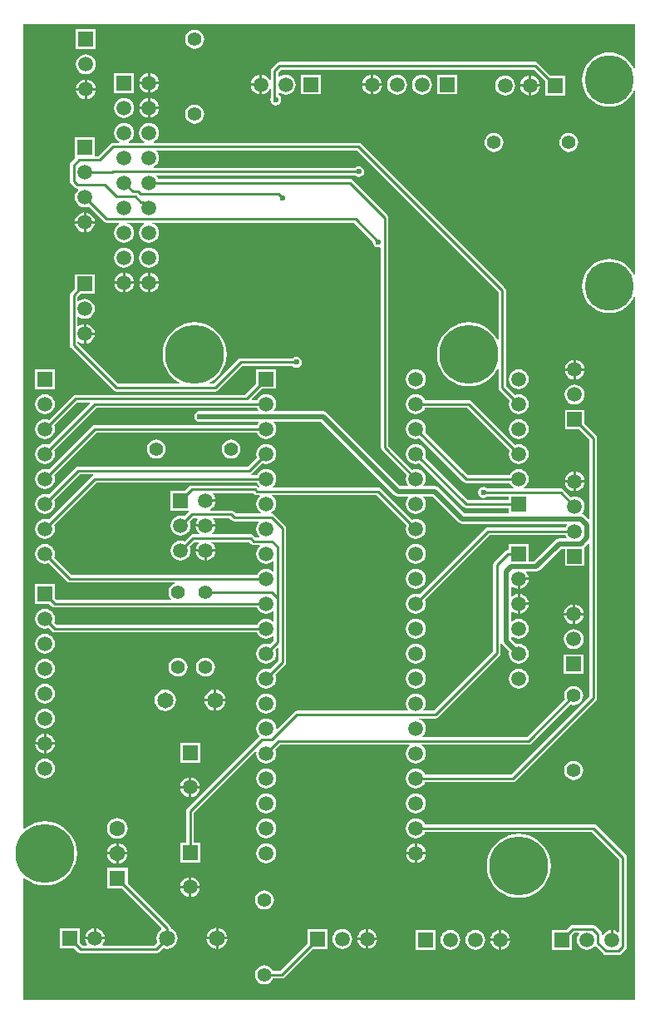
<source format=gbl>
%FSLAX25Y25*%
%MOIN*%
G70*
G01*
G75*
G04 Layer_Physical_Order=2*
G04 Layer_Color=16711680*
%ADD10C,0.01969*%
%ADD11C,0.01000*%
%ADD12C,0.05906*%
%ADD13R,0.05906X0.05906*%
%ADD14C,0.11811*%
%ADD15R,0.05906X0.05906*%
%ADD16C,0.23622*%
%ADD17C,0.06496*%
%ADD18C,0.05512*%
%ADD19C,0.06299*%
%ADD20R,0.06299X0.06299*%
%ADD21C,0.02362*%
%ADD22C,0.19685*%
G36*
X246611Y374609D02*
X246120Y374512D01*
X245911Y375016D01*
X245020Y376472D01*
X243911Y377769D01*
X242613Y378878D01*
X241158Y379769D01*
X239581Y380422D01*
X237922Y380821D01*
X236221Y380955D01*
X234519Y380821D01*
X232860Y380422D01*
X231283Y379769D01*
X229828Y378878D01*
X228530Y377769D01*
X227422Y376472D01*
X226530Y375016D01*
X225877Y373440D01*
X225478Y371780D01*
X225344Y370079D01*
X225478Y368377D01*
X225877Y366718D01*
X226530Y365141D01*
X227422Y363686D01*
X228530Y362388D01*
X229828Y361280D01*
X231283Y360388D01*
X232860Y359735D01*
X234519Y359337D01*
X236221Y359203D01*
X237922Y359337D01*
X239581Y359735D01*
X241158Y360388D01*
X242613Y361280D01*
X243911Y362388D01*
X245020Y363686D01*
X245911Y365141D01*
X246120Y365646D01*
X246611Y365548D01*
Y291932D01*
X246120Y291835D01*
X245911Y292339D01*
X245020Y293794D01*
X243911Y295092D01*
X242613Y296200D01*
X241158Y297092D01*
X239581Y297745D01*
X237922Y298144D01*
X236221Y298278D01*
X234519Y298144D01*
X232860Y297745D01*
X231283Y297092D01*
X229828Y296200D01*
X228530Y295092D01*
X227422Y293794D01*
X226530Y292339D01*
X225877Y290762D01*
X225478Y289103D01*
X225344Y287402D01*
X225478Y285700D01*
X225877Y284041D01*
X226530Y282464D01*
X227422Y281009D01*
X228530Y279711D01*
X229828Y278603D01*
X231283Y277711D01*
X232860Y277058D01*
X234519Y276659D01*
X236221Y276525D01*
X237922Y276659D01*
X239581Y277058D01*
X241158Y277711D01*
X242613Y278603D01*
X243911Y279711D01*
X245020Y281009D01*
X245911Y282464D01*
X246120Y282968D01*
X246611Y282871D01*
Y1421D01*
X1421D01*
Y49882D01*
X1875Y50092D01*
X2447Y49604D01*
X4166Y48550D01*
X6029Y47778D01*
X7990Y47308D01*
X10000Y47149D01*
X12010Y47308D01*
X13971Y47778D01*
X15834Y48550D01*
X17553Y49604D01*
X19087Y50913D01*
X20396Y52447D01*
X21450Y54166D01*
X22222Y56029D01*
X22692Y57990D01*
X22851Y60000D01*
X22692Y62010D01*
X22222Y63971D01*
X21450Y65834D01*
X20396Y67553D01*
X19087Y69087D01*
X17553Y70396D01*
X15834Y71450D01*
X13971Y72222D01*
X12010Y72692D01*
X10000Y72851D01*
X7990Y72692D01*
X6029Y72222D01*
X4166Y71450D01*
X2447Y70396D01*
X1875Y69908D01*
X1421Y70118D01*
Y392280D01*
X246611D01*
Y374609D01*
D02*
G37*
%LPC*%
G36*
X10500Y107921D02*
Y104500D01*
X13921D01*
X13851Y105032D01*
X13453Y105993D01*
X12819Y106819D01*
X11993Y107453D01*
X11032Y107851D01*
X10500Y107921D01*
D02*
G37*
G36*
X10000Y117987D02*
X8968Y117851D01*
X8006Y117453D01*
X7181Y116819D01*
X6547Y115993D01*
X6149Y115032D01*
X6013Y114000D01*
X6149Y112968D01*
X6547Y112006D01*
X7181Y111181D01*
X8006Y110547D01*
X8968Y110149D01*
X10000Y110013D01*
X11032Y110149D01*
X11993Y110547D01*
X12819Y111181D01*
X13453Y112006D01*
X13851Y112968D01*
X13987Y114000D01*
X13851Y115032D01*
X13453Y115993D01*
X12819Y116819D01*
X11993Y117453D01*
X11032Y117851D01*
X10000Y117987D01*
D02*
G37*
G36*
X9500Y107921D02*
X8968Y107851D01*
X8006Y107453D01*
X7181Y106819D01*
X6547Y105993D01*
X6149Y105032D01*
X6079Y104500D01*
X9500D01*
Y107921D01*
D02*
G37*
G36*
X13921Y103500D02*
X10500D01*
Y100079D01*
X11032Y100149D01*
X11993Y100547D01*
X12819Y101181D01*
X13453Y102007D01*
X13851Y102968D01*
X13921Y103500D01*
D02*
G37*
G36*
X98740Y124105D02*
X97708Y123969D01*
X96747Y123571D01*
X95921Y122937D01*
X95288Y122112D01*
X94889Y121150D01*
X94753Y120118D01*
X94889Y119086D01*
X95288Y118125D01*
X95921Y117299D01*
X96747Y116665D01*
X97708Y116267D01*
X98740Y116131D01*
X99772Y116267D01*
X100734Y116665D01*
X101559Y117299D01*
X102193Y118125D01*
X102591Y119086D01*
X102727Y120118D01*
X102591Y121150D01*
X102193Y122112D01*
X101559Y122937D01*
X100734Y123571D01*
X99772Y123969D01*
X98740Y124105D01*
D02*
G37*
G36*
X82416Y120902D02*
X78697D01*
Y117183D01*
X79306Y117263D01*
X80339Y117691D01*
X81226Y118372D01*
X81907Y119259D01*
X82336Y120293D01*
X82416Y120902D01*
D02*
G37*
G36*
X10000Y127987D02*
X8968Y127851D01*
X8006Y127453D01*
X7181Y126819D01*
X6547Y125993D01*
X6149Y125032D01*
X6013Y124000D01*
X6149Y122968D01*
X6547Y122006D01*
X7181Y121181D01*
X8006Y120547D01*
X8968Y120149D01*
X10000Y120013D01*
X11032Y120149D01*
X11993Y120547D01*
X12819Y121181D01*
X13453Y122006D01*
X13851Y122968D01*
X13987Y124000D01*
X13851Y125032D01*
X13453Y125993D01*
X12819Y126819D01*
X11993Y127453D01*
X11032Y127851D01*
X10000Y127987D01*
D02*
G37*
G36*
X58197Y125686D02*
X57088Y125540D01*
X56054Y125112D01*
X55167Y124431D01*
X54486Y123544D01*
X54058Y122511D01*
X53912Y121402D01*
X54058Y120293D01*
X54486Y119259D01*
X55167Y118372D01*
X56054Y117691D01*
X57088Y117263D01*
X58197Y117117D01*
X59306Y117263D01*
X60339Y117691D01*
X61226Y118372D01*
X61907Y119259D01*
X62335Y120293D01*
X62481Y121402D01*
X62335Y122511D01*
X61907Y123544D01*
X61226Y124431D01*
X60339Y125112D01*
X59306Y125540D01*
X58197Y125686D01*
D02*
G37*
G36*
X77697Y120902D02*
X73978D01*
X74058Y120293D01*
X74486Y119259D01*
X75167Y118372D01*
X76054Y117691D01*
X77088Y117263D01*
X77697Y117183D01*
Y120902D01*
D02*
G37*
G36*
X9500Y103500D02*
X6079D01*
X6149Y102968D01*
X6547Y102007D01*
X7181Y101181D01*
X8006Y100547D01*
X8968Y100149D01*
X9500Y100079D01*
Y103500D01*
D02*
G37*
G36*
X72118Y86012D02*
X68697D01*
Y82591D01*
X69229Y82661D01*
X70190Y83059D01*
X71016Y83693D01*
X71649Y84518D01*
X72048Y85480D01*
X72118Y86012D01*
D02*
G37*
G36*
X98740Y94105D02*
X97708Y93969D01*
X96747Y93571D01*
X95921Y92937D01*
X95288Y92112D01*
X94889Y91150D01*
X94753Y90118D01*
X94889Y89086D01*
X95288Y88125D01*
X95921Y87299D01*
X96747Y86665D01*
X97708Y86267D01*
X98740Y86131D01*
X99772Y86267D01*
X100734Y86665D01*
X101559Y87299D01*
X102193Y88125D01*
X102591Y89086D01*
X102727Y90118D01*
X102591Y91150D01*
X102193Y92112D01*
X101559Y92937D01*
X100734Y93571D01*
X99772Y93969D01*
X98740Y94105D01*
D02*
G37*
G36*
X158740Y84105D02*
X157708Y83969D01*
X156747Y83571D01*
X155921Y82937D01*
X155287Y82112D01*
X154889Y81150D01*
X154753Y80118D01*
X154889Y79086D01*
X155287Y78125D01*
X155921Y77299D01*
X156747Y76666D01*
X157708Y76267D01*
X158740Y76131D01*
X159772Y76267D01*
X160734Y76666D01*
X161559Y77299D01*
X162193Y78125D01*
X162591Y79086D01*
X162727Y80118D01*
X162591Y81150D01*
X162193Y82112D01*
X161559Y82937D01*
X160734Y83571D01*
X159772Y83969D01*
X158740Y84105D01*
D02*
G37*
G36*
X67697Y86012D02*
X64276D01*
X64346Y85480D01*
X64744Y84518D01*
X65378Y83693D01*
X66203Y83059D01*
X67165Y82661D01*
X67697Y82591D01*
Y86012D01*
D02*
G37*
G36*
Y90433D02*
X67165Y90363D01*
X66203Y89964D01*
X65378Y89331D01*
X64744Y88505D01*
X64346Y87544D01*
X64276Y87012D01*
X67697D01*
Y90433D01*
D02*
G37*
G36*
X10000Y97987D02*
X8968Y97851D01*
X8006Y97453D01*
X7181Y96819D01*
X6547Y95993D01*
X6149Y95032D01*
X6013Y94000D01*
X6149Y92968D01*
X6547Y92007D01*
X7181Y91181D01*
X8006Y90547D01*
X8968Y90149D01*
X10000Y90013D01*
X11032Y90149D01*
X11993Y90547D01*
X12819Y91181D01*
X13453Y92007D01*
X13851Y92968D01*
X13987Y94000D01*
X13851Y95032D01*
X13453Y95993D01*
X12819Y96819D01*
X11993Y97453D01*
X11032Y97851D01*
X10000Y97987D01*
D02*
G37*
G36*
X72149Y104244D02*
X64244D01*
Y96339D01*
X72149D01*
Y104244D01*
D02*
G37*
G36*
X68697Y90433D02*
Y87012D01*
X72118D01*
X72048Y87544D01*
X71649Y88505D01*
X71016Y89331D01*
X70190Y89964D01*
X69229Y90363D01*
X68697Y90433D01*
D02*
G37*
G36*
X222047Y97056D02*
X221067Y96927D01*
X220153Y96549D01*
X219368Y95947D01*
X218766Y95162D01*
X218388Y94248D01*
X218259Y93268D01*
X218388Y92287D01*
X218766Y91374D01*
X219368Y90589D01*
X220153Y89987D01*
X221067Y89609D01*
X222047Y89480D01*
X223028Y89609D01*
X223941Y89987D01*
X224726Y90589D01*
X225328Y91374D01*
X225706Y92287D01*
X225835Y93268D01*
X225706Y94248D01*
X225328Y95162D01*
X224726Y95947D01*
X223941Y96549D01*
X223028Y96927D01*
X222047Y97056D01*
D02*
G37*
G36*
X221547Y155327D02*
X218126D01*
X218196Y154795D01*
X218595Y153833D01*
X219228Y153008D01*
X220054Y152374D01*
X221015Y151976D01*
X221547Y151906D01*
Y155327D01*
D02*
G37*
G36*
X225968D02*
X222547D01*
Y151906D01*
X223079Y151976D01*
X224041Y152374D01*
X224866Y153008D01*
X225500Y153833D01*
X225898Y154795D01*
X225968Y155327D01*
D02*
G37*
G36*
X222047Y149814D02*
X221015Y149678D01*
X220054Y149279D01*
X219228Y148646D01*
X218595Y147820D01*
X218196Y146859D01*
X218060Y145827D01*
X218196Y144795D01*
X218595Y143833D01*
X219228Y143008D01*
X220054Y142374D01*
X221015Y141976D01*
X222047Y141840D01*
X223079Y141976D01*
X224041Y142374D01*
X224866Y143008D01*
X225500Y143833D01*
X225898Y144795D01*
X226034Y145827D01*
X225898Y146859D01*
X225500Y147820D01*
X224866Y148646D01*
X224041Y149279D01*
X223079Y149678D01*
X222047Y149814D01*
D02*
G37*
G36*
X158740Y154105D02*
X157708Y153969D01*
X156747Y153571D01*
X155921Y152937D01*
X155287Y152112D01*
X154889Y151150D01*
X154753Y150118D01*
X154889Y149086D01*
X155287Y148125D01*
X155921Y147299D01*
X156747Y146666D01*
X157708Y146267D01*
X158740Y146131D01*
X159772Y146267D01*
X160734Y146666D01*
X161559Y147299D01*
X162193Y148125D01*
X162591Y149086D01*
X162727Y150118D01*
X162591Y151150D01*
X162193Y152112D01*
X161559Y152937D01*
X160734Y153571D01*
X159772Y153969D01*
X158740Y154105D01*
D02*
G37*
G36*
X203921Y159500D02*
X200500D01*
Y156079D01*
X201032Y156149D01*
X201993Y156547D01*
X202819Y157181D01*
X203453Y158007D01*
X203851Y158968D01*
X203921Y159500D01*
D02*
G37*
G36*
X200500Y163921D02*
Y160500D01*
X203921D01*
X203851Y161032D01*
X203453Y161993D01*
X202819Y162819D01*
X201993Y163453D01*
X201032Y163851D01*
X200500Y163921D01*
D02*
G37*
G36*
X203921Y169500D02*
X200500D01*
Y166079D01*
X201032Y166149D01*
X201993Y166547D01*
X202819Y167181D01*
X203453Y168007D01*
X203851Y168968D01*
X203921Y169500D01*
D02*
G37*
G36*
X221547Y159748D02*
X221015Y159678D01*
X220054Y159280D01*
X219228Y158646D01*
X218595Y157820D01*
X218196Y156859D01*
X218126Y156327D01*
X221547D01*
Y159748D01*
D02*
G37*
G36*
X222547D02*
Y156327D01*
X225968D01*
X225898Y156859D01*
X225500Y157820D01*
X224866Y158646D01*
X224041Y159280D01*
X223079Y159678D01*
X222547Y159748D01*
D02*
G37*
G36*
X10000Y147987D02*
X8968Y147851D01*
X8006Y147453D01*
X7181Y146819D01*
X6547Y145993D01*
X6149Y145032D01*
X6013Y144000D01*
X6149Y142968D01*
X6547Y142007D01*
X7181Y141181D01*
X8006Y140547D01*
X8968Y140149D01*
X10000Y140013D01*
X11032Y140149D01*
X11993Y140547D01*
X12819Y141181D01*
X13453Y142007D01*
X13851Y142968D01*
X13987Y144000D01*
X13851Y145032D01*
X13453Y145993D01*
X12819Y146819D01*
X11993Y147453D01*
X11032Y147851D01*
X10000Y147987D01*
D02*
G37*
G36*
X200000Y133987D02*
X198968Y133851D01*
X198006Y133453D01*
X197181Y132819D01*
X196547Y131993D01*
X196149Y131032D01*
X196013Y130000D01*
X196149Y128968D01*
X196547Y128006D01*
X197181Y127181D01*
X198006Y126547D01*
X198968Y126149D01*
X200000Y126013D01*
X201032Y126149D01*
X201993Y126547D01*
X202819Y127181D01*
X203453Y128006D01*
X203851Y128968D01*
X203987Y130000D01*
X203851Y131032D01*
X203453Y131993D01*
X202819Y132819D01*
X201993Y133453D01*
X201032Y133851D01*
X200000Y133987D01*
D02*
G37*
G36*
X158740Y134105D02*
X157708Y133969D01*
X156747Y133571D01*
X155921Y132937D01*
X155287Y132112D01*
X154889Y131150D01*
X154753Y130118D01*
X154889Y129086D01*
X155287Y128125D01*
X155921Y127299D01*
X156747Y126665D01*
X157708Y126267D01*
X158740Y126131D01*
X159772Y126267D01*
X160734Y126665D01*
X161559Y127299D01*
X162193Y128125D01*
X162591Y129086D01*
X162727Y130118D01*
X162591Y131150D01*
X162193Y132112D01*
X161559Y132937D01*
X160734Y133571D01*
X159772Y133969D01*
X158740Y134105D01*
D02*
G37*
G36*
X77697Y125620D02*
X77088Y125540D01*
X76054Y125112D01*
X75167Y124431D01*
X74486Y123544D01*
X74058Y122511D01*
X73978Y121902D01*
X77697D01*
Y125620D01*
D02*
G37*
G36*
X78697D02*
Y121902D01*
X82416D01*
X82336Y122511D01*
X81907Y123544D01*
X81226Y124431D01*
X80339Y125112D01*
X79306Y125540D01*
X78697Y125620D01*
D02*
G37*
G36*
X10000Y137987D02*
X8968Y137851D01*
X8006Y137453D01*
X7181Y136819D01*
X6547Y135993D01*
X6149Y135032D01*
X6013Y134000D01*
X6149Y132968D01*
X6547Y132007D01*
X7181Y131181D01*
X8006Y130547D01*
X8968Y130149D01*
X10000Y130013D01*
X11032Y130149D01*
X11993Y130547D01*
X12819Y131181D01*
X13453Y132007D01*
X13851Y132968D01*
X13987Y134000D01*
X13851Y135032D01*
X13453Y135993D01*
X12819Y136819D01*
X11993Y137453D01*
X11032Y137851D01*
X10000Y137987D01*
D02*
G37*
G36*
X226000Y139779D02*
X218094D01*
Y131874D01*
X226000D01*
Y139779D01*
D02*
G37*
G36*
X158740Y144105D02*
X157708Y143969D01*
X156747Y143571D01*
X155921Y142937D01*
X155287Y142112D01*
X154889Y141150D01*
X154753Y140118D01*
X154889Y139086D01*
X155287Y138125D01*
X155921Y137299D01*
X156747Y136665D01*
X157708Y136267D01*
X158740Y136131D01*
X159772Y136267D01*
X160734Y136665D01*
X161559Y137299D01*
X162193Y138125D01*
X162591Y139086D01*
X162727Y140118D01*
X162591Y141150D01*
X162193Y142112D01*
X161559Y142937D01*
X160734Y143571D01*
X159772Y143969D01*
X158740Y144105D01*
D02*
G37*
G36*
X63386Y138395D02*
X62405Y138266D01*
X61492Y137887D01*
X60707Y137285D01*
X60105Y136501D01*
X59727Y135587D01*
X59597Y134606D01*
X59727Y133626D01*
X60105Y132712D01*
X60707Y131928D01*
X61492Y131326D01*
X62405Y130947D01*
X63386Y130818D01*
X64366Y130947D01*
X65280Y131326D01*
X66065Y131928D01*
X66667Y132712D01*
X67045Y133626D01*
X67174Y134606D01*
X67045Y135587D01*
X66667Y136501D01*
X66065Y137285D01*
X65280Y137887D01*
X64366Y138266D01*
X63386Y138395D01*
D02*
G37*
G36*
X74409D02*
X73429Y138266D01*
X72515Y137887D01*
X71731Y137285D01*
X71129Y136501D01*
X70750Y135587D01*
X70621Y134606D01*
X70750Y133626D01*
X71129Y132712D01*
X71731Y131928D01*
X72515Y131326D01*
X73429Y130947D01*
X74409Y130818D01*
X75390Y130947D01*
X76303Y131326D01*
X77088Y131928D01*
X77690Y132712D01*
X78069Y133626D01*
X78198Y134606D01*
X78069Y135587D01*
X77690Y136501D01*
X77088Y137285D01*
X76303Y137887D01*
X75390Y138266D01*
X74409Y138395D01*
D02*
G37*
G36*
X98740Y84105D02*
X97708Y83969D01*
X96747Y83571D01*
X95921Y82937D01*
X95288Y82112D01*
X94889Y81150D01*
X94753Y80118D01*
X94889Y79086D01*
X95288Y78125D01*
X95921Y77299D01*
X96747Y76666D01*
X97708Y76267D01*
X98740Y76131D01*
X99772Y76267D01*
X100734Y76666D01*
X101559Y77299D01*
X102193Y78125D01*
X102591Y79086D01*
X102727Y80118D01*
X102591Y81150D01*
X102193Y82112D01*
X101559Y82937D01*
X100734Y83571D01*
X99772Y83969D01*
X98740Y84105D01*
D02*
G37*
G36*
X192098Y29275D02*
X191567Y29205D01*
X190605Y28807D01*
X189779Y28174D01*
X189146Y27348D01*
X188747Y26386D01*
X188677Y25854D01*
X192098D01*
Y29275D01*
D02*
G37*
G36*
X193098D02*
Y25854D01*
X196519D01*
X196449Y26386D01*
X196051Y27348D01*
X195417Y28174D01*
X194592Y28807D01*
X193630Y29205D01*
X193098Y29275D01*
D02*
G37*
G36*
X143212Y25248D02*
X139791D01*
Y21827D01*
X140323Y21897D01*
X141285Y22295D01*
X142111Y22929D01*
X142744Y23755D01*
X143142Y24716D01*
X143212Y25248D01*
D02*
G37*
G36*
X43150Y54150D02*
X34850D01*
Y45850D01*
X40987D01*
X56742Y30095D01*
X56709Y29596D01*
X55970Y29030D01*
X55289Y28142D01*
X54861Y27109D01*
X54715Y26000D01*
X54861Y24891D01*
X55115Y24278D01*
X53899Y23062D01*
X33293D01*
X33072Y23510D01*
X33453Y24006D01*
X33851Y24968D01*
X33921Y25500D01*
X26079D01*
X26149Y24968D01*
X26547Y24006D01*
X26928Y23510D01*
X26707Y23062D01*
X25101D01*
X23953Y24210D01*
Y29953D01*
X16047D01*
Y22047D01*
X21790D01*
X23386Y20451D01*
X23882Y20119D01*
X24468Y20003D01*
X54532D01*
X55117Y20119D01*
X55614Y20451D01*
X55614Y20451D01*
X55614Y20451D01*
X57278Y22115D01*
X57891Y21861D01*
X59000Y21715D01*
X60109Y21861D01*
X61142Y22289D01*
X62030Y22970D01*
X62711Y23858D01*
X63139Y24891D01*
X63285Y26000D01*
X63139Y27109D01*
X62711Y28142D01*
X62030Y29030D01*
X61142Y29711D01*
X60529Y29965D01*
Y30000D01*
X60413Y30585D01*
X60081Y31081D01*
X43150Y48013D01*
Y54150D01*
D02*
G37*
G36*
X138791Y29669D02*
X138259Y29599D01*
X137298Y29201D01*
X136472Y28567D01*
X135839Y27741D01*
X135440Y26780D01*
X135370Y26248D01*
X138791D01*
Y29669D01*
D02*
G37*
G36*
X30500Y29921D02*
Y26500D01*
X33921D01*
X33851Y27032D01*
X33453Y27993D01*
X32819Y28819D01*
X31993Y29453D01*
X31032Y29851D01*
X30500Y29921D01*
D02*
G37*
G36*
X78500Y30219D02*
X77891Y30139D01*
X76858Y29711D01*
X75970Y29030D01*
X75289Y28142D01*
X74861Y27109D01*
X74781Y26500D01*
X78500D01*
Y30219D01*
D02*
G37*
G36*
X139791Y29669D02*
Y26248D01*
X143212D01*
X143142Y26780D01*
X142744Y27741D01*
X142111Y28567D01*
X141285Y29201D01*
X140323Y29599D01*
X139791Y29669D01*
D02*
G37*
G36*
X29500Y29921D02*
X28968Y29851D01*
X28007Y29453D01*
X27181Y28819D01*
X26547Y27993D01*
X26149Y27032D01*
X26079Y26500D01*
X29500D01*
Y29921D01*
D02*
G37*
G36*
X138791Y25248D02*
X135370D01*
X135440Y24716D01*
X135839Y23755D01*
X136472Y22929D01*
X137298Y22295D01*
X138259Y21897D01*
X138791Y21827D01*
Y25248D01*
D02*
G37*
G36*
X182598Y29341D02*
X181567Y29205D01*
X180605Y28807D01*
X179779Y28174D01*
X179146Y27348D01*
X178747Y26386D01*
X178612Y25354D01*
X178747Y24322D01*
X179146Y23361D01*
X179779Y22535D01*
X180605Y21902D01*
X181567Y21503D01*
X182598Y21368D01*
X183630Y21503D01*
X184592Y21902D01*
X185417Y22535D01*
X186051Y23361D01*
X186449Y24322D01*
X186585Y25354D01*
X186449Y26386D01*
X186051Y27348D01*
X185417Y28174D01*
X184592Y28807D01*
X183630Y29205D01*
X182598Y29341D01*
D02*
G37*
G36*
X166551Y29307D02*
X158646D01*
Y21402D01*
X166551D01*
Y29307D01*
D02*
G37*
G36*
X123244Y29701D02*
X115339D01*
Y23958D01*
X104288Y12907D01*
X101463D01*
X101312Y13272D01*
X100710Y14057D01*
X99926Y14659D01*
X99012Y15037D01*
X98032Y15166D01*
X97051Y15037D01*
X96137Y14659D01*
X95353Y14057D01*
X94751Y13272D01*
X94372Y12359D01*
X94243Y11378D01*
X94372Y10397D01*
X94751Y9484D01*
X95353Y8699D01*
X96137Y8097D01*
X97051Y7719D01*
X98032Y7590D01*
X99012Y7719D01*
X99926Y8097D01*
X100710Y8699D01*
X101312Y9484D01*
X101463Y9849D01*
X104921D01*
X105507Y9965D01*
X106003Y10296D01*
X106003Y10296D01*
X106003Y10296D01*
X117501Y21795D01*
X123244D01*
Y29701D01*
D02*
G37*
G36*
X172598Y29341D02*
X171566Y29205D01*
X170605Y28807D01*
X169779Y28174D01*
X169146Y27348D01*
X168747Y26386D01*
X168612Y25354D01*
X168747Y24322D01*
X169146Y23361D01*
X169779Y22535D01*
X170605Y21902D01*
X171566Y21503D01*
X172598Y21368D01*
X173630Y21503D01*
X174592Y21902D01*
X175417Y22535D01*
X176051Y23361D01*
X176449Y24322D01*
X176585Y25354D01*
X176449Y26386D01*
X176051Y27348D01*
X175417Y28174D01*
X174592Y28807D01*
X173630Y29205D01*
X172598Y29341D01*
D02*
G37*
G36*
X192098Y24854D02*
X188677D01*
X188747Y24322D01*
X189146Y23361D01*
X189779Y22535D01*
X190605Y21902D01*
X191567Y21503D01*
X192098Y21433D01*
Y24854D01*
D02*
G37*
G36*
X78500Y25500D02*
X74781D01*
X74861Y24891D01*
X75289Y23858D01*
X75970Y22970D01*
X76858Y22289D01*
X77891Y21861D01*
X78500Y21781D01*
Y25500D01*
D02*
G37*
G36*
X83219D02*
X79500D01*
Y21781D01*
X80109Y21861D01*
X81142Y22289D01*
X82030Y22970D01*
X82711Y23858D01*
X83139Y24891D01*
X83219Y25500D01*
D02*
G37*
G36*
X196519Y24854D02*
X193098D01*
Y21433D01*
X193630Y21503D01*
X194592Y21902D01*
X195417Y22535D01*
X196051Y23361D01*
X196449Y24322D01*
X196519Y24854D01*
D02*
G37*
G36*
X129291Y29735D02*
X128260Y29599D01*
X127298Y29201D01*
X126472Y28567D01*
X125839Y27741D01*
X125440Y26780D01*
X125304Y25748D01*
X125440Y24716D01*
X125839Y23755D01*
X126472Y22929D01*
X127298Y22295D01*
X128260Y21897D01*
X129291Y21761D01*
X130323Y21897D01*
X131285Y22295D01*
X132111Y22929D01*
X132744Y23755D01*
X133142Y24716D01*
X133278Y25748D01*
X133142Y26780D01*
X132744Y27741D01*
X132111Y28567D01*
X131285Y29201D01*
X130323Y29599D01*
X129291Y29735D01*
D02*
G37*
G36*
X162661Y59618D02*
X159240D01*
Y56197D01*
X159772Y56267D01*
X160734Y56665D01*
X161559Y57299D01*
X162193Y58125D01*
X162591Y59086D01*
X162661Y59618D01*
D02*
G37*
G36*
X38500Y64120D02*
X37917Y64043D01*
X36907Y63625D01*
X36040Y62959D01*
X35375Y62093D01*
X34957Y61083D01*
X34880Y60500D01*
X38500D01*
Y64120D01*
D02*
G37*
G36*
X98740Y64105D02*
X97708Y63969D01*
X96747Y63571D01*
X95921Y62937D01*
X95288Y62112D01*
X94889Y61150D01*
X94753Y60118D01*
X94889Y59086D01*
X95288Y58125D01*
X95921Y57299D01*
X96747Y56665D01*
X97708Y56267D01*
X98740Y56131D01*
X99772Y56267D01*
X100734Y56665D01*
X101559Y57299D01*
X102193Y58125D01*
X102591Y59086D01*
X102727Y60118D01*
X102591Y61150D01*
X102193Y62112D01*
X101559Y62937D01*
X100734Y63571D01*
X99772Y63969D01*
X98740Y64105D01*
D02*
G37*
G36*
X158240Y59618D02*
X154819D01*
X154889Y59086D01*
X155287Y58125D01*
X155921Y57299D01*
X156747Y56665D01*
X157708Y56267D01*
X158240Y56197D01*
Y59618D01*
D02*
G37*
G36*
X39500Y64120D02*
Y60500D01*
X43120D01*
X43043Y61083D01*
X42625Y62093D01*
X41960Y62959D01*
X41093Y63625D01*
X40083Y64043D01*
X39500Y64120D01*
D02*
G37*
G36*
X39000Y74185D02*
X37917Y74043D01*
X36907Y73625D01*
X36040Y72960D01*
X35375Y72093D01*
X34957Y71083D01*
X34815Y70000D01*
X34957Y68917D01*
X35375Y67907D01*
X36040Y67040D01*
X36907Y66375D01*
X37917Y65957D01*
X39000Y65815D01*
X40083Y65957D01*
X41093Y66375D01*
X41960Y67040D01*
X42625Y67907D01*
X43043Y68917D01*
X43185Y70000D01*
X43043Y71083D01*
X42625Y72093D01*
X41960Y72960D01*
X41093Y73625D01*
X40083Y74043D01*
X39000Y74185D01*
D02*
G37*
G36*
X98740Y74105D02*
X97708Y73969D01*
X96747Y73571D01*
X95921Y72937D01*
X95288Y72112D01*
X94889Y71150D01*
X94753Y70118D01*
X94889Y69086D01*
X95288Y68125D01*
X95921Y67299D01*
X96747Y66666D01*
X97708Y66267D01*
X98740Y66131D01*
X99772Y66267D01*
X100734Y66666D01*
X101559Y67299D01*
X102193Y68125D01*
X102591Y69086D01*
X102727Y70118D01*
X102591Y71150D01*
X102193Y72112D01*
X101559Y72937D01*
X100734Y73571D01*
X99772Y73969D01*
X98740Y74105D01*
D02*
G37*
G36*
X158240Y64039D02*
X157708Y63969D01*
X156747Y63571D01*
X155921Y62937D01*
X155287Y62112D01*
X154889Y61150D01*
X154819Y60618D01*
X158240D01*
Y64039D01*
D02*
G37*
G36*
X159240D02*
Y60618D01*
X162661D01*
X162591Y61150D01*
X162193Y62112D01*
X161559Y62937D01*
X160734Y63571D01*
X159772Y63969D01*
X159240Y64039D01*
D02*
G37*
G36*
X43120Y59500D02*
X39500D01*
Y55880D01*
X40083Y55957D01*
X41093Y56375D01*
X41960Y57040D01*
X42625Y57907D01*
X43043Y58917D01*
X43120Y59500D01*
D02*
G37*
G36*
X98032Y45166D02*
X97051Y45037D01*
X96137Y44659D01*
X95353Y44057D01*
X94751Y43272D01*
X94372Y42358D01*
X94243Y41378D01*
X94372Y40398D01*
X94751Y39484D01*
X95353Y38699D01*
X96137Y38097D01*
X97051Y37719D01*
X98032Y37590D01*
X99012Y37719D01*
X99926Y38097D01*
X100710Y38699D01*
X101312Y39484D01*
X101691Y40398D01*
X101820Y41378D01*
X101691Y42358D01*
X101312Y43272D01*
X100710Y44057D01*
X99926Y44659D01*
X99012Y45037D01*
X98032Y45166D01*
D02*
G37*
G36*
X200000Y67851D02*
X197990Y67692D01*
X196029Y67222D01*
X194166Y66450D01*
X192447Y65396D01*
X190913Y64087D01*
X189604Y62553D01*
X188550Y60834D01*
X187778Y58971D01*
X187308Y57010D01*
X187149Y55000D01*
X187308Y52990D01*
X187778Y51029D01*
X188550Y49166D01*
X189604Y47447D01*
X190913Y45913D01*
X192447Y44604D01*
X194166Y43550D01*
X196029Y42778D01*
X197990Y42308D01*
X200000Y42149D01*
X202010Y42308D01*
X203971Y42778D01*
X205834Y43550D01*
X207553Y44604D01*
X209087Y45913D01*
X210396Y47447D01*
X211450Y49166D01*
X212222Y51029D01*
X212692Y52990D01*
X212851Y55000D01*
X212692Y57010D01*
X212222Y58971D01*
X211450Y60834D01*
X210396Y62553D01*
X209087Y64087D01*
X207553Y65396D01*
X205834Y66450D01*
X203971Y67222D01*
X202010Y67692D01*
X200000Y67851D01*
D02*
G37*
G36*
X79500Y30219D02*
Y26500D01*
X83219D01*
X83139Y27109D01*
X82711Y28142D01*
X82030Y29030D01*
X81142Y29711D01*
X80109Y30139D01*
X79500Y30219D01*
D02*
G37*
G36*
X158740Y74105D02*
X157708Y73969D01*
X156747Y73571D01*
X155921Y72937D01*
X155287Y72112D01*
X154889Y71150D01*
X154753Y70118D01*
X154889Y69086D01*
X155287Y68125D01*
X155921Y67299D01*
X156747Y66666D01*
X157708Y66267D01*
X158740Y66131D01*
X159772Y66267D01*
X160734Y66666D01*
X161559Y67299D01*
X162193Y68125D01*
X162385Y68589D01*
X229460D01*
X240250Y57799D01*
Y28655D01*
X239802Y28434D01*
X239316Y28807D01*
X238355Y29205D01*
X237823Y29275D01*
Y25353D01*
X236823D01*
Y29275D01*
X236291Y29205D01*
X235329Y28807D01*
X234504Y28174D01*
X233870Y27348D01*
X233795Y27167D01*
X233305Y27265D01*
Y27732D01*
X233189Y28317D01*
X232857Y28814D01*
X230782Y30889D01*
X230286Y31220D01*
X229701Y31337D01*
X221776D01*
X221190Y31220D01*
X220694Y30889D01*
X219113Y29307D01*
X213370D01*
Y21402D01*
X221275D01*
Y27144D01*
X222409Y28278D01*
X224018D01*
X224239Y27829D01*
X223870Y27348D01*
X223472Y26386D01*
X223336Y25354D01*
X223472Y24322D01*
X223870Y23361D01*
X224504Y22535D01*
X225329Y21902D01*
X226291Y21503D01*
X227323Y21368D01*
X228355Y21503D01*
X229316Y21902D01*
X230142Y22535D01*
X230333Y22784D01*
X230832Y22817D01*
X233898Y19751D01*
X233898Y19751D01*
X233898Y19751D01*
Y19751D01*
X233898Y19751D01*
Y19751D01*
X234395Y19419D01*
X234980Y19303D01*
X239980D01*
X240565Y19419D01*
X241061Y19751D01*
X241061Y19751D01*
X241061Y19751D01*
X242861Y21551D01*
X243193Y22047D01*
X243212Y22144D01*
X243309Y22632D01*
Y58432D01*
X243193Y59017D01*
X242861Y59514D01*
X231175Y71200D01*
X230679Y71531D01*
X230094Y71648D01*
X162385D01*
X162193Y72112D01*
X161559Y72937D01*
X160734Y73571D01*
X159772Y73969D01*
X158740Y74105D01*
D02*
G37*
G36*
X67697Y46012D02*
X64276D01*
X64346Y45480D01*
X64744Y44518D01*
X65378Y43693D01*
X66203Y43059D01*
X67165Y42661D01*
X67697Y42591D01*
Y46012D01*
D02*
G37*
G36*
X68697Y50433D02*
Y47012D01*
X72118D01*
X72048Y47544D01*
X71649Y48505D01*
X71016Y49331D01*
X70190Y49964D01*
X69229Y50363D01*
X68697Y50433D01*
D02*
G37*
G36*
X38500Y59500D02*
X34880D01*
X34957Y58917D01*
X35375Y57907D01*
X36040Y57040D01*
X36907Y56375D01*
X37917Y55957D01*
X38500Y55880D01*
Y59500D01*
D02*
G37*
G36*
X72118Y46012D02*
X68697D01*
Y42591D01*
X69229Y42661D01*
X70190Y43059D01*
X71016Y43693D01*
X71649Y44518D01*
X72048Y45480D01*
X72118Y46012D01*
D02*
G37*
G36*
X67697Y50433D02*
X67165Y50363D01*
X66203Y49964D01*
X65378Y49331D01*
X64744Y48505D01*
X64346Y47544D01*
X64276Y47012D01*
X67697D01*
Y50433D01*
D02*
G37*
G36*
X194567Y371703D02*
X193535Y371568D01*
X192573Y371169D01*
X191748Y370536D01*
X191114Y369710D01*
X190716Y368748D01*
X190580Y367717D01*
X190716Y366685D01*
X191114Y365723D01*
X191748Y364897D01*
X192573Y364264D01*
X193535Y363866D01*
X194567Y363730D01*
X195599Y363866D01*
X196560Y364264D01*
X197386Y364897D01*
X198020Y365723D01*
X198418Y366685D01*
X198554Y367717D01*
X198418Y368748D01*
X198020Y369710D01*
X197386Y370536D01*
X196560Y371169D01*
X195599Y371568D01*
X194567Y371703D01*
D02*
G37*
G36*
X206651Y377162D02*
X104080D01*
X103495Y377045D01*
X102998Y376714D01*
X100998Y374714D01*
X100667Y374218D01*
X100550Y373632D01*
Y370028D01*
X100060Y369930D01*
X99988Y370104D01*
X99354Y370929D01*
X98529Y371563D01*
X97567Y371961D01*
X97035Y372031D01*
Y368109D01*
Y364189D01*
X97567Y364259D01*
X98529Y364657D01*
X99354Y365291D01*
X99988Y366117D01*
X100060Y366290D01*
X100550Y366193D01*
Y362921D01*
X100525Y362883D01*
X100356Y362032D01*
X100525Y361181D01*
X101007Y360460D01*
X101729Y359978D01*
X102580Y359808D01*
X103431Y359978D01*
X104152Y360460D01*
X104634Y361181D01*
X104804Y362032D01*
X104634Y362883D01*
X104152Y363605D01*
X103609Y363967D01*
Y364808D01*
X104058Y365029D01*
X104542Y364657D01*
X105503Y364259D01*
X106535Y364123D01*
X107567Y364259D01*
X108529Y364657D01*
X109354Y365291D01*
X109988Y366117D01*
X110386Y367078D01*
X110522Y368110D01*
X110386Y369142D01*
X109988Y370104D01*
X109354Y370929D01*
X108529Y371563D01*
X107567Y371961D01*
X106535Y372097D01*
X105503Y371961D01*
X104542Y371563D01*
X104058Y371191D01*
X103609Y371412D01*
Y372999D01*
X104713Y374103D01*
X206018D01*
X210614Y369506D01*
Y363764D01*
X218520D01*
Y371669D01*
X212777D01*
X207733Y376714D01*
X207237Y377045D01*
X206651Y377162D01*
D02*
G37*
G36*
X25878Y365721D02*
X22457D01*
X22527Y365189D01*
X22925Y364227D01*
X23559Y363401D01*
X24385Y362768D01*
X25346Y362370D01*
X25878Y362299D01*
Y365721D01*
D02*
G37*
G36*
X30299D02*
X26878D01*
Y362299D01*
X27410Y362370D01*
X28371Y362768D01*
X29197Y363401D01*
X29831Y364227D01*
X30229Y365189D01*
X30299Y365721D01*
D02*
G37*
G36*
X204067Y367217D02*
X200646D01*
X200716Y366685D01*
X201114Y365723D01*
X201748Y364897D01*
X202573Y364264D01*
X203535Y363866D01*
X204067Y363796D01*
Y367217D01*
D02*
G37*
G36*
X161260Y372097D02*
X160228Y371961D01*
X159266Y371563D01*
X158441Y370929D01*
X157807Y370104D01*
X157409Y369142D01*
X157273Y368110D01*
X157409Y367078D01*
X157807Y366117D01*
X158441Y365291D01*
X159266Y364657D01*
X160228Y364259D01*
X161260Y364123D01*
X162292Y364259D01*
X163253Y364657D01*
X164079Y365291D01*
X164713Y366117D01*
X165111Y367078D01*
X165247Y368110D01*
X165111Y369142D01*
X164713Y370104D01*
X164079Y370929D01*
X163253Y371563D01*
X162292Y371961D01*
X161260Y372097D01*
D02*
G37*
G36*
X120488Y372063D02*
X112583D01*
Y364157D01*
X120488D01*
Y372063D01*
D02*
G37*
G36*
X208488Y367217D02*
X205067D01*
Y363796D01*
X205599Y363866D01*
X206560Y364264D01*
X207386Y364897D01*
X208020Y365723D01*
X208418Y366685D01*
X208488Y367217D01*
D02*
G37*
G36*
X151260Y372097D02*
X150228Y371961D01*
X149266Y371563D01*
X148441Y370929D01*
X147807Y370104D01*
X147409Y369142D01*
X147273Y368110D01*
X147409Y367078D01*
X147807Y366117D01*
X148441Y365291D01*
X149266Y364657D01*
X150228Y364259D01*
X151260Y364123D01*
X152292Y364259D01*
X153253Y364657D01*
X154079Y365291D01*
X154712Y366117D01*
X155111Y367078D01*
X155247Y368110D01*
X155111Y369142D01*
X154712Y370104D01*
X154079Y370929D01*
X153253Y371563D01*
X152292Y371961D01*
X151260Y372097D01*
D02*
G37*
G36*
X52232Y362661D02*
Y359240D01*
X55653D01*
X55583Y359772D01*
X55185Y360734D01*
X54552Y361559D01*
X53726Y362193D01*
X52764Y362591D01*
X52232Y362661D01*
D02*
G37*
G36*
X220118Y348670D02*
X219138Y348541D01*
X218224Y348163D01*
X217439Y347561D01*
X216837Y346776D01*
X216459Y345863D01*
X216330Y344882D01*
X216459Y343901D01*
X216837Y342988D01*
X217439Y342203D01*
X218224Y341601D01*
X219138Y341223D01*
X220118Y341094D01*
X221099Y341223D01*
X222012Y341601D01*
X222797Y342203D01*
X223399Y342988D01*
X223777Y343901D01*
X223906Y344882D01*
X223777Y345863D01*
X223399Y346776D01*
X222797Y347561D01*
X222012Y348163D01*
X221099Y348541D01*
X220118Y348670D01*
D02*
G37*
G36*
X51732Y352727D02*
X50700Y352591D01*
X49739Y352193D01*
X48913Y351559D01*
X48280Y350734D01*
X47881Y349772D01*
X47745Y348740D01*
X47881Y347708D01*
X48280Y346747D01*
X48913Y345921D01*
X49739Y345287D01*
X49825Y345252D01*
X49727Y344762D01*
X43738D01*
X43640Y345252D01*
X43726Y345287D01*
X44552Y345921D01*
X45185Y346747D01*
X45583Y347708D01*
X45719Y348740D01*
X45583Y349772D01*
X45185Y350734D01*
X44552Y351559D01*
X43726Y352193D01*
X42764Y352591D01*
X41732Y352727D01*
X40701Y352591D01*
X39739Y352193D01*
X38913Y351559D01*
X38280Y350734D01*
X37881Y349772D01*
X37745Y348740D01*
X37881Y347708D01*
X38280Y346747D01*
X38913Y345921D01*
X39739Y345287D01*
X39825Y345252D01*
X39727Y344762D01*
X37280D01*
X36694Y344645D01*
X36198Y344314D01*
X31346Y339462D01*
X29937D01*
Y346866D01*
X22031D01*
Y338961D01*
X22031Y338961D01*
X22031D01*
X22182Y338597D01*
X20398Y336814D01*
X20067Y336317D01*
X19950Y335732D01*
Y329432D01*
X19950Y329432D01*
X19950D01*
X20067Y328847D01*
X20398Y328351D01*
X21898Y326851D01*
X22395Y326519D01*
X22980Y326403D01*
X23261D01*
X23422Y325929D01*
X23165Y325732D01*
X22532Y324907D01*
X22133Y323945D01*
X21997Y322913D01*
X22133Y321882D01*
X22532Y320920D01*
X23165Y320094D01*
X23991Y319461D01*
X24952Y319062D01*
X25984Y318927D01*
X27016Y319062D01*
X27480Y319255D01*
X33584Y313151D01*
X34080Y312819D01*
X34665Y312703D01*
X39689D01*
X39786Y312212D01*
X39739Y312193D01*
X38913Y311559D01*
X38280Y310734D01*
X37881Y309772D01*
X37745Y308740D01*
X37881Y307708D01*
X38280Y306747D01*
X38913Y305921D01*
X39739Y305288D01*
X40701Y304889D01*
X41732Y304753D01*
X42764Y304889D01*
X43726Y305288D01*
X44552Y305921D01*
X45185Y306747D01*
X45583Y307708D01*
X45719Y308740D01*
X45583Y309772D01*
X45185Y310734D01*
X44552Y311559D01*
X43726Y312193D01*
X42764Y312591D01*
X42772Y312703D01*
X49689D01*
X49786Y312212D01*
X49739Y312193D01*
X48913Y311559D01*
X48280Y310734D01*
X47881Y309772D01*
X47745Y308740D01*
X47881Y307708D01*
X48280Y306747D01*
X48913Y305921D01*
X49739Y305288D01*
X50700Y304889D01*
X51732Y304753D01*
X52764Y304889D01*
X53726Y305288D01*
X54552Y305921D01*
X55185Y306747D01*
X55583Y307708D01*
X55719Y308740D01*
X55583Y309772D01*
X55185Y310734D01*
X54552Y311559D01*
X53726Y312193D01*
X52764Y312591D01*
X52772Y312703D01*
X133846D01*
X141366Y305183D01*
X141356Y305132D01*
X141525Y304281D01*
X142007Y303560D01*
X142729Y303078D01*
X143580Y302908D01*
X144364Y303064D01*
X144750Y302747D01*
Y222579D01*
X144750Y222579D01*
X144750D01*
X144867Y221993D01*
X145198Y221497D01*
X155081Y211614D01*
X154889Y211150D01*
X154753Y210118D01*
X154889Y209086D01*
X155287Y208125D01*
X155687Y207604D01*
X155466Y207155D01*
X152318D01*
X122910Y236563D01*
X122254Y237001D01*
X121480Y237155D01*
X102014D01*
X101793Y237604D01*
X102193Y238125D01*
X102591Y239086D01*
X102727Y240118D01*
X102591Y241150D01*
X102193Y242112D01*
X101559Y242937D01*
X100734Y243571D01*
X99772Y243969D01*
X98740Y244105D01*
X97708Y243969D01*
X96747Y243571D01*
X95921Y242937D01*
X95288Y242112D01*
X95095Y241648D01*
X93086D01*
X92894Y242109D01*
X96950Y246165D01*
X102693D01*
Y254071D01*
X94787D01*
Y248328D01*
X90221Y243762D01*
X22232D01*
X21647Y243645D01*
X21151Y243314D01*
X11496Y233659D01*
X11032Y233851D01*
X10000Y233987D01*
X8968Y233851D01*
X8006Y233453D01*
X7181Y232819D01*
X6547Y231993D01*
X6149Y231032D01*
X6013Y230000D01*
X6149Y228968D01*
X6547Y228007D01*
X7181Y227181D01*
X8006Y226547D01*
X8968Y226149D01*
X10000Y226013D01*
X11032Y226149D01*
X11993Y226547D01*
X12819Y227181D01*
X13453Y228007D01*
X13851Y228968D01*
X13987Y230000D01*
X13851Y231032D01*
X13659Y231496D01*
X22866Y240703D01*
X27887D01*
X28078Y240241D01*
X11496Y223659D01*
X11032Y223851D01*
X10000Y223987D01*
X8968Y223851D01*
X8006Y223453D01*
X7181Y222819D01*
X6547Y221993D01*
X6149Y221032D01*
X6013Y220000D01*
X6149Y218968D01*
X6547Y218007D01*
X7181Y217181D01*
X8006Y216547D01*
X8968Y216149D01*
X10000Y216013D01*
X11032Y216149D01*
X11993Y216547D01*
X12819Y217181D01*
X13453Y218007D01*
X13851Y218968D01*
X13987Y220000D01*
X13851Y221032D01*
X13659Y221496D01*
X30752Y238589D01*
X95095D01*
X95288Y238125D01*
X95687Y237604D01*
X95466Y237155D01*
X72978D01*
X72931Y237187D01*
X72080Y237356D01*
X71229Y237187D01*
X70507Y236705D01*
X70025Y235983D01*
X69856Y235132D01*
X70025Y234281D01*
X70507Y233560D01*
X71229Y233078D01*
X72080Y232908D01*
X72931Y233078D01*
X72978Y233109D01*
X95488D01*
X95709Y232661D01*
X95288Y232112D01*
X95095Y231648D01*
X30118D01*
X29533Y231531D01*
X29037Y231200D01*
X11496Y213659D01*
X11032Y213851D01*
X10000Y213987D01*
X8968Y213851D01*
X8006Y213453D01*
X7181Y212819D01*
X6547Y211993D01*
X6149Y211032D01*
X6013Y210000D01*
X6149Y208968D01*
X6547Y208007D01*
X7181Y207181D01*
X8006Y206547D01*
X8968Y206149D01*
X10000Y206013D01*
X11032Y206149D01*
X11993Y206547D01*
X12819Y207181D01*
X13453Y208007D01*
X13851Y208968D01*
X13987Y210000D01*
X13851Y211032D01*
X13659Y211496D01*
X30752Y228589D01*
X95095D01*
X95288Y228125D01*
X95921Y227299D01*
X96747Y226665D01*
X97708Y226267D01*
X98740Y226131D01*
X99772Y226267D01*
X100734Y226665D01*
X101559Y227299D01*
X102193Y228125D01*
X102591Y229086D01*
X102727Y230118D01*
X102591Y231150D01*
X102193Y232112D01*
X101559Y232937D01*
X101618Y233109D01*
X120642D01*
X150049Y203702D01*
X150706Y203263D01*
X151480Y203109D01*
X155488D01*
X155709Y202661D01*
X155287Y202112D01*
X154889Y201150D01*
X154753Y200118D01*
X154889Y199086D01*
X155287Y198125D01*
X155921Y197299D01*
X156747Y196666D01*
X157708Y196267D01*
X158740Y196131D01*
X159772Y196267D01*
X160734Y196666D01*
X161559Y197299D01*
X162193Y198125D01*
X162591Y199086D01*
X162727Y200118D01*
X162591Y201150D01*
X162193Y202112D01*
X161559Y202937D01*
X161618Y203109D01*
X165542D01*
X175949Y192702D01*
X176605Y192263D01*
X177380Y192109D01*
X219176D01*
X219397Y191661D01*
X218988Y191127D01*
X218796Y190663D01*
X187756D01*
X187171Y190547D01*
X186674Y190215D01*
X160236Y163777D01*
X159772Y163969D01*
X158740Y164105D01*
X157708Y163969D01*
X156747Y163571D01*
X155921Y162937D01*
X155287Y162112D01*
X154889Y161150D01*
X154753Y160118D01*
X154889Y159086D01*
X155287Y158125D01*
X155921Y157299D01*
X156747Y156666D01*
X157708Y156267D01*
X158740Y156131D01*
X159772Y156267D01*
X160734Y156666D01*
X161559Y157299D01*
X162193Y158125D01*
X162591Y159086D01*
X162727Y160118D01*
X162591Y161150D01*
X162399Y161614D01*
X188389Y187604D01*
X218796D01*
X218988Y187140D01*
X219400Y186604D01*
X219179Y186155D01*
X216180D01*
X215406Y186001D01*
X214749Y185563D01*
X206242Y177055D01*
X203953D01*
Y183953D01*
X196047D01*
Y181529D01*
X195548D01*
X194962Y181413D01*
X194466Y181081D01*
X190198Y176814D01*
X189867Y176318D01*
X189750Y175732D01*
Y140866D01*
X166046Y117162D01*
X162019D01*
X161798Y117610D01*
X162193Y118125D01*
X162591Y119086D01*
X162727Y120118D01*
X162591Y121150D01*
X162193Y122112D01*
X161559Y122937D01*
X160734Y123571D01*
X159772Y123969D01*
X158740Y124105D01*
X157708Y123969D01*
X156747Y123571D01*
X155921Y122937D01*
X155287Y122112D01*
X154889Y121150D01*
X154753Y120118D01*
X154889Y119086D01*
X155287Y118125D01*
X155682Y117610D01*
X155461Y117162D01*
X111080D01*
X110494Y117045D01*
X109998Y116714D01*
X103174Y109890D01*
X102726Y110111D01*
X102727Y110118D01*
X102591Y111150D01*
X102193Y112112D01*
X101559Y112937D01*
X100734Y113571D01*
X99772Y113969D01*
X98740Y114105D01*
X97708Y113969D01*
X96747Y113571D01*
X95921Y112937D01*
X95288Y112112D01*
X94889Y111150D01*
X94753Y110118D01*
X94889Y109086D01*
X95288Y108125D01*
X95921Y107299D01*
X95978Y107255D01*
X95961Y106756D01*
X95898Y106714D01*
X67115Y77931D01*
X66784Y77434D01*
X66667Y76849D01*
Y64244D01*
X64244D01*
Y56339D01*
X72149D01*
Y64244D01*
X69726D01*
Y76216D01*
X94374Y100863D01*
X94822Y100642D01*
X94753Y100118D01*
X94889Y99086D01*
X95288Y98125D01*
X95921Y97299D01*
X96747Y96666D01*
X97708Y96267D01*
X98740Y96131D01*
X99772Y96267D01*
X100734Y96666D01*
X101559Y97299D01*
X102193Y98125D01*
X102591Y99086D01*
X102727Y100118D01*
X102591Y101150D01*
X102399Y101614D01*
X104388Y103603D01*
X156010D01*
X156171Y103129D01*
X155921Y102937D01*
X155287Y102112D01*
X154889Y101150D01*
X154753Y100118D01*
X154889Y99086D01*
X155287Y98125D01*
X155921Y97299D01*
X156747Y96666D01*
X157708Y96267D01*
X158740Y96131D01*
X159772Y96267D01*
X160734Y96666D01*
X161559Y97299D01*
X162193Y98125D01*
X162591Y99086D01*
X162727Y100118D01*
X162591Y101150D01*
X162193Y102112D01*
X161559Y102937D01*
X160734Y103571D01*
X160740Y103603D01*
X203912D01*
X204497Y103719D01*
X204993Y104051D01*
X204993Y104051D01*
X204993Y104051D01*
X220702Y119760D01*
X221067Y119608D01*
X222047Y119480D01*
X223028Y119608D01*
X223941Y119987D01*
X224726Y120589D01*
X225328Y121374D01*
X225706Y122287D01*
X225835Y123268D01*
X225706Y124248D01*
X225328Y125162D01*
X224726Y125946D01*
X223941Y126549D01*
X223028Y126927D01*
X222047Y127056D01*
X221067Y126927D01*
X220153Y126549D01*
X219368Y125946D01*
X218766Y125162D01*
X218388Y124248D01*
X218259Y123268D01*
X218388Y122287D01*
X218539Y121923D01*
X203278Y106662D01*
X161506D01*
X161346Y107135D01*
X161559Y107299D01*
X162193Y108125D01*
X162591Y109086D01*
X162727Y110118D01*
X162591Y111150D01*
X162193Y112112D01*
X161559Y112937D01*
X160734Y113571D01*
X159772Y113969D01*
X159781Y114103D01*
X166680D01*
X167265Y114219D01*
X167761Y114551D01*
X192361Y139151D01*
X192693Y139647D01*
X192693Y139647D01*
X192693Y139647D01*
X192809Y140232D01*
Y143836D01*
X193288Y143981D01*
X193549Y143590D01*
X196144Y140995D01*
X196013Y140000D01*
X196149Y138968D01*
X196547Y138006D01*
X197181Y137181D01*
X198006Y136547D01*
X198968Y136149D01*
X200000Y136013D01*
X201032Y136149D01*
X201993Y136547D01*
X202819Y137181D01*
X203453Y138006D01*
X203851Y138968D01*
X203987Y140000D01*
X203851Y141032D01*
X203453Y141993D01*
X202819Y142819D01*
X201993Y143453D01*
X201032Y143851D01*
X200000Y143987D01*
X199005Y143856D01*
X197003Y145858D01*
Y146752D01*
X197451Y146973D01*
X198006Y146547D01*
X198968Y146149D01*
X200000Y146013D01*
X201032Y146149D01*
X201993Y146547D01*
X202819Y147181D01*
X203453Y148006D01*
X203851Y148968D01*
X203987Y150000D01*
X203851Y151032D01*
X203453Y151993D01*
X202819Y152819D01*
X201993Y153453D01*
X201032Y153851D01*
X200000Y153987D01*
X198968Y153851D01*
X198006Y153453D01*
X197451Y153027D01*
X197003Y153248D01*
Y156752D01*
X197451Y156973D01*
X198006Y156547D01*
X198968Y156149D01*
X199500Y156079D01*
Y159999D01*
Y163921D01*
X198968Y163851D01*
X198006Y163453D01*
X197451Y163027D01*
X197003Y163248D01*
Y166752D01*
X197451Y166973D01*
X198006Y166547D01*
X198968Y166149D01*
X199500Y166079D01*
Y170001D01*
X199999D01*
Y170500D01*
X203921D01*
X203851Y171032D01*
X203453Y171993D01*
X202819Y172819D01*
X202884Y173009D01*
X207080D01*
X207854Y173163D01*
X208510Y173602D01*
X217018Y182109D01*
X218488D01*
Y175181D01*
X226394D01*
Y182691D01*
X226410Y182702D01*
X227888Y184180D01*
X228350Y183988D01*
Y122966D01*
X197032Y91648D01*
X162385D01*
X162193Y92112D01*
X161559Y92937D01*
X160734Y93571D01*
X159772Y93969D01*
X158740Y94105D01*
X157708Y93969D01*
X156747Y93571D01*
X155921Y92937D01*
X155287Y92112D01*
X154889Y91150D01*
X154753Y90118D01*
X154889Y89086D01*
X155287Y88125D01*
X155921Y87299D01*
X156747Y86665D01*
X157708Y86267D01*
X158740Y86131D01*
X159772Y86267D01*
X160734Y86665D01*
X161559Y87299D01*
X162193Y88125D01*
X162385Y88589D01*
X197666D01*
X198251Y88705D01*
X198747Y89037D01*
X198747Y89037D01*
X198747Y89037D01*
X230961Y121251D01*
X231293Y121747D01*
X231409Y122332D01*
X231409Y122332D01*
X231409Y122332D01*
Y122332D01*
Y226419D01*
X231293Y227005D01*
X230961Y227501D01*
X226394Y232068D01*
Y237811D01*
X218488D01*
Y229905D01*
X224231D01*
X228350Y225786D01*
Y194276D01*
X227888Y194085D01*
X226410Y195563D01*
X225754Y196001D01*
X225313Y196089D01*
X225260Y196315D01*
X225894Y197140D01*
X226292Y198102D01*
X226428Y199134D01*
X226292Y200166D01*
X225894Y201127D01*
X225260Y201953D01*
X224434Y202587D01*
X223473Y202985D01*
X222441Y203121D01*
X221409Y202985D01*
X220945Y202793D01*
X218024Y205714D01*
X217528Y206045D01*
X216943Y206162D01*
X202269D01*
X202108Y206635D01*
X202819Y207181D01*
X203453Y208007D01*
X203851Y208968D01*
X203987Y210000D01*
X203851Y211032D01*
X203453Y211993D01*
X202819Y212819D01*
X201993Y213453D01*
X201032Y213851D01*
X200000Y213987D01*
X198968Y213851D01*
X198006Y213453D01*
X197181Y212819D01*
X196547Y211993D01*
X196355Y211529D01*
X179492D01*
X162399Y228622D01*
X162591Y229086D01*
X162727Y230118D01*
X162591Y231150D01*
X162193Y232112D01*
X161559Y232937D01*
X160734Y233571D01*
X159772Y233969D01*
X158740Y234105D01*
X157708Y233969D01*
X156747Y233571D01*
X155921Y232937D01*
X155287Y232112D01*
X154889Y231150D01*
X154753Y230118D01*
X154889Y229086D01*
X155287Y228125D01*
X155921Y227299D01*
X156747Y226665D01*
X157708Y226267D01*
X158740Y226131D01*
X159772Y226267D01*
X160236Y226459D01*
X177777Y208918D01*
X177777D01*
X177777Y208918D01*
X177777Y208918D01*
Y208918D01*
X178273Y208587D01*
X178858Y208471D01*
X196355D01*
X196547Y208007D01*
X197181Y207181D01*
X197892Y206635D01*
X197731Y206162D01*
X187481D01*
X187452Y206205D01*
X186731Y206687D01*
X185880Y206856D01*
X185029Y206687D01*
X184307Y206205D01*
X183825Y205483D01*
X183656Y204632D01*
X183825Y203781D01*
X184307Y203060D01*
X185029Y202578D01*
X185880Y202408D01*
X186731Y202578D01*
X187452Y203060D01*
X187481Y203103D01*
X196047D01*
Y201529D01*
X179492D01*
X162399Y218622D01*
X162591Y219086D01*
X162727Y220118D01*
X162591Y221150D01*
X162193Y222112D01*
X161559Y222937D01*
X160734Y223571D01*
X159772Y223969D01*
X158740Y224105D01*
X157708Y223969D01*
X156747Y223571D01*
X155921Y222937D01*
X155287Y222112D01*
X154889Y221150D01*
X154753Y220118D01*
X154889Y219086D01*
X155287Y218125D01*
X155921Y217299D01*
X156747Y216666D01*
X157708Y216267D01*
X158740Y216131D01*
X159772Y216267D01*
X160236Y216459D01*
X177777Y198918D01*
X178273Y198587D01*
X178858Y198471D01*
X196047D01*
Y196155D01*
X178218D01*
X167810Y206563D01*
X167154Y207001D01*
X166380Y207155D01*
X162014D01*
X161793Y207604D01*
X162193Y208125D01*
X162591Y209086D01*
X162727Y210118D01*
X162591Y211150D01*
X162193Y212112D01*
X161559Y212937D01*
X160734Y213571D01*
X159772Y213969D01*
X158740Y214105D01*
X157708Y213969D01*
X157244Y213777D01*
X147809Y223212D01*
Y314632D01*
X147712Y315120D01*
X147693Y315217D01*
X147361Y315714D01*
X133253Y329822D01*
X132757Y330153D01*
X132172Y330270D01*
X55377D01*
X55185Y330734D01*
X54552Y331559D01*
X54600Y331703D01*
X134279D01*
X134307Y331660D01*
X135029Y331178D01*
X135880Y331008D01*
X136731Y331178D01*
X137452Y331660D01*
X137934Y332381D01*
X138104Y333232D01*
X137934Y334083D01*
X137452Y334805D01*
X136731Y335287D01*
X135880Y335456D01*
X135029Y335287D01*
X134307Y334805D01*
X134279Y334762D01*
X53738D01*
X53640Y335252D01*
X53726Y335287D01*
X54552Y335921D01*
X55185Y336747D01*
X55583Y337708D01*
X55719Y338740D01*
X55583Y339772D01*
X55185Y340734D01*
X54552Y341559D01*
X54600Y341703D01*
X135146D01*
X191850Y284999D01*
Y266102D01*
X191369Y265966D01*
X190396Y267553D01*
X189087Y269087D01*
X187553Y270396D01*
X185834Y271450D01*
X183971Y272222D01*
X182010Y272692D01*
X180000Y272851D01*
X177990Y272692D01*
X176029Y272222D01*
X174166Y271450D01*
X172447Y270396D01*
X170913Y269087D01*
X169604Y267553D01*
X168550Y265834D01*
X167778Y263971D01*
X167307Y262010D01*
X167149Y260000D01*
X167307Y257990D01*
X167778Y256029D01*
X168550Y254166D01*
X169604Y252447D01*
X170913Y250913D01*
X172447Y249604D01*
X174166Y248550D01*
X176029Y247778D01*
X177990Y247308D01*
X180000Y247149D01*
X182010Y247308D01*
X183971Y247778D01*
X185834Y248550D01*
X187553Y249604D01*
X189087Y250913D01*
X190396Y252447D01*
X191369Y254034D01*
X191850Y253898D01*
Y246620D01*
X191850Y246620D01*
X191850D01*
X191967Y246035D01*
X192298Y245539D01*
X196341Y241496D01*
X196149Y241032D01*
X196013Y240000D01*
X196149Y238968D01*
X196547Y238007D01*
X197181Y237181D01*
X198006Y236547D01*
X198968Y236149D01*
X200000Y236013D01*
X201032Y236149D01*
X201993Y236547D01*
X202819Y237181D01*
X203453Y238007D01*
X203851Y238968D01*
X203987Y240000D01*
X203851Y241032D01*
X203453Y241993D01*
X202819Y242819D01*
X201993Y243453D01*
X201032Y243851D01*
X200000Y243987D01*
X198968Y243851D01*
X198504Y243659D01*
X194909Y247254D01*
Y285632D01*
X194793Y286217D01*
X194461Y286714D01*
X136861Y344314D01*
X136365Y344645D01*
X135780Y344762D01*
X53738D01*
X53640Y345252D01*
X53726Y345287D01*
X54552Y345921D01*
X55185Y346747D01*
X55583Y347708D01*
X55719Y348740D01*
X55583Y349772D01*
X55185Y350734D01*
X54552Y351559D01*
X53726Y352193D01*
X52764Y352591D01*
X51732Y352727D01*
D02*
G37*
G36*
X26484Y316834D02*
Y313413D01*
X29905D01*
X29835Y313945D01*
X29437Y314907D01*
X28803Y315733D01*
X27978Y316366D01*
X27016Y316764D01*
X26484Y316834D01*
D02*
G37*
G36*
X190118Y348670D02*
X189138Y348541D01*
X188224Y348163D01*
X187439Y347561D01*
X186837Y346776D01*
X186459Y345863D01*
X186330Y344882D01*
X186459Y343901D01*
X186837Y342988D01*
X187439Y342203D01*
X188224Y341601D01*
X189138Y341223D01*
X190118Y341094D01*
X191099Y341223D01*
X192012Y341601D01*
X192797Y342203D01*
X193399Y342988D01*
X193777Y343901D01*
X193906Y344882D01*
X193777Y345863D01*
X193399Y346776D01*
X192797Y347561D01*
X192012Y348163D01*
X191099Y348541D01*
X190118Y348670D01*
D02*
G37*
G36*
X70079Y360048D02*
X69098Y359919D01*
X68185Y359541D01*
X67400Y358939D01*
X66798Y358154D01*
X66420Y357241D01*
X66290Y356260D01*
X66420Y355279D01*
X66798Y354366D01*
X67400Y353581D01*
X68185Y352979D01*
X69098Y352601D01*
X70079Y352472D01*
X71059Y352601D01*
X71973Y352979D01*
X72758Y353581D01*
X73360Y354366D01*
X73738Y355279D01*
X73867Y356260D01*
X73738Y357241D01*
X73360Y358154D01*
X72758Y358939D01*
X71973Y359541D01*
X71059Y359919D01*
X70079Y360048D01*
D02*
G37*
G36*
X55653Y358240D02*
X52232D01*
Y354819D01*
X52764Y354889D01*
X53726Y355288D01*
X54552Y355921D01*
X55185Y356747D01*
X55583Y357708D01*
X55653Y358240D01*
D02*
G37*
G36*
X51232Y362661D02*
X50700Y362591D01*
X49739Y362193D01*
X48913Y361559D01*
X48280Y360734D01*
X47881Y359772D01*
X47811Y359240D01*
X51232D01*
Y362661D01*
D02*
G37*
G36*
X41732Y362727D02*
X40701Y362591D01*
X39739Y362193D01*
X38913Y361559D01*
X38280Y360734D01*
X37881Y359772D01*
X37745Y358740D01*
X37881Y357708D01*
X38280Y356747D01*
X38913Y355921D01*
X39739Y355288D01*
X40701Y354889D01*
X41732Y354753D01*
X42764Y354889D01*
X43726Y355288D01*
X44552Y355921D01*
X45185Y356747D01*
X45583Y357708D01*
X45719Y358740D01*
X45583Y359772D01*
X45185Y360734D01*
X44552Y361559D01*
X43726Y362193D01*
X42764Y362591D01*
X41732Y362727D01*
D02*
G37*
G36*
X51232Y358240D02*
X47811D01*
X47881Y357708D01*
X48280Y356747D01*
X48913Y355921D01*
X49739Y355288D01*
X50700Y354889D01*
X51232Y354819D01*
Y358240D01*
D02*
G37*
G36*
X140760Y372031D02*
X140228Y371961D01*
X139266Y371563D01*
X138441Y370929D01*
X137807Y370104D01*
X137409Y369142D01*
X137339Y368610D01*
X140760D01*
Y372031D01*
D02*
G37*
G36*
X141760D02*
Y368610D01*
X145181D01*
X145111Y369142D01*
X144712Y370104D01*
X144079Y370929D01*
X143253Y371563D01*
X142292Y371961D01*
X141760Y372031D01*
D02*
G37*
G36*
X205067Y371638D02*
Y368217D01*
X208488D01*
X208418Y368748D01*
X208020Y369710D01*
X207386Y370536D01*
X206560Y371169D01*
X205599Y371568D01*
X205067Y371638D01*
D02*
G37*
G36*
X96035Y372031D02*
X95503Y371961D01*
X94542Y371563D01*
X93716Y370929D01*
X93083Y370104D01*
X92684Y369142D01*
X92614Y368610D01*
X96035D01*
Y372031D01*
D02*
G37*
G36*
X51232Y372661D02*
X50700Y372591D01*
X49739Y372193D01*
X48913Y371559D01*
X48280Y370734D01*
X47881Y369772D01*
X47811Y369240D01*
X51232D01*
Y372661D01*
D02*
G37*
G36*
X30331Y390173D02*
X22425D01*
Y382268D01*
X30331D01*
Y390173D01*
D02*
G37*
G36*
X70079Y390048D02*
X69098Y389919D01*
X68185Y389541D01*
X67400Y388939D01*
X66798Y388154D01*
X66420Y387241D01*
X66290Y386260D01*
X66420Y385279D01*
X66798Y384366D01*
X67400Y383581D01*
X68185Y382979D01*
X69098Y382601D01*
X70079Y382472D01*
X71059Y382601D01*
X71973Y382979D01*
X72758Y383581D01*
X73360Y384366D01*
X73738Y385279D01*
X73867Y386260D01*
X73738Y387241D01*
X73360Y388154D01*
X72758Y388939D01*
X71973Y389541D01*
X71059Y389919D01*
X70079Y390048D01*
D02*
G37*
G36*
X52232Y372661D02*
Y369240D01*
X55653D01*
X55583Y369772D01*
X55185Y370734D01*
X54552Y371559D01*
X53726Y372193D01*
X52764Y372591D01*
X52232Y372661D01*
D02*
G37*
G36*
X26378Y380207D02*
X25346Y380072D01*
X24385Y379673D01*
X23559Y379040D01*
X22925Y378214D01*
X22527Y377253D01*
X22391Y376221D01*
X22527Y375189D01*
X22925Y374227D01*
X23559Y373401D01*
X24385Y372768D01*
X25346Y372370D01*
X26378Y372234D01*
X27410Y372370D01*
X28371Y372768D01*
X29197Y373401D01*
X29831Y374227D01*
X30229Y375189D01*
X30365Y376221D01*
X30229Y377253D01*
X29831Y378214D01*
X29197Y379040D01*
X28371Y379673D01*
X27410Y380072D01*
X26378Y380207D01*
D02*
G37*
G36*
X204067Y371638D02*
X203535Y371568D01*
X202573Y371169D01*
X201748Y370536D01*
X201114Y369710D01*
X200716Y368748D01*
X200646Y368217D01*
X204067D01*
Y371638D01*
D02*
G37*
G36*
X140760Y367610D02*
X137339D01*
X137409Y367078D01*
X137807Y366117D01*
X138441Y365291D01*
X139266Y364657D01*
X140228Y364259D01*
X140760Y364189D01*
Y367610D01*
D02*
G37*
G36*
X145181D02*
X141760D01*
Y364189D01*
X142292Y364259D01*
X143253Y364657D01*
X144079Y365291D01*
X144712Y366117D01*
X145111Y367078D01*
X145181Y367610D01*
D02*
G37*
G36*
X175213Y372063D02*
X167307D01*
Y364157D01*
X175213D01*
Y372063D01*
D02*
G37*
G36*
X96035Y367610D02*
X92614D01*
X92684Y367078D01*
X93083Y366117D01*
X93716Y365291D01*
X94542Y364657D01*
X95503Y364259D01*
X96035Y364189D01*
Y367610D01*
D02*
G37*
G36*
X45685Y372693D02*
X37780D01*
Y364787D01*
X45685D01*
Y372693D01*
D02*
G37*
G36*
X25878Y370142D02*
X25346Y370072D01*
X24385Y369673D01*
X23559Y369040D01*
X22925Y368214D01*
X22527Y367252D01*
X22457Y366721D01*
X25878D01*
Y370142D01*
D02*
G37*
G36*
X26878D02*
Y366721D01*
X30299D01*
X30229Y367252D01*
X29831Y368214D01*
X29197Y369040D01*
X28371Y369673D01*
X27410Y370072D01*
X26878Y370142D01*
D02*
G37*
G36*
X51232Y368240D02*
X47811D01*
X47881Y367708D01*
X48280Y366747D01*
X48913Y365921D01*
X49739Y365287D01*
X50700Y364889D01*
X51232Y364819D01*
Y368240D01*
D02*
G37*
G36*
X55653D02*
X52232D01*
Y364819D01*
X52764Y364889D01*
X53726Y365287D01*
X54552Y365921D01*
X55185Y366747D01*
X55583Y367708D01*
X55653Y368240D01*
D02*
G37*
G36*
X25484Y316834D02*
X24952Y316764D01*
X23991Y316366D01*
X23165Y315733D01*
X22532Y314907D01*
X22133Y313945D01*
X22063Y313413D01*
X25484D01*
Y316834D01*
D02*
G37*
G36*
X84685Y225835D02*
X83705Y225706D01*
X82791Y225328D01*
X82006Y224726D01*
X81404Y223941D01*
X81026Y223028D01*
X80897Y222047D01*
X81026Y221067D01*
X81404Y220153D01*
X82006Y219368D01*
X82791Y218766D01*
X83705Y218388D01*
X84685Y218259D01*
X85666Y218388D01*
X86579Y218766D01*
X87364Y219368D01*
X87966Y220153D01*
X88344Y221067D01*
X88473Y222047D01*
X88344Y223028D01*
X87966Y223941D01*
X87364Y224726D01*
X86579Y225328D01*
X85666Y225706D01*
X84685Y225835D01*
D02*
G37*
G36*
X200000Y233987D02*
X198968Y233851D01*
X198006Y233453D01*
X197181Y232819D01*
X196547Y231993D01*
X196149Y231032D01*
X196013Y230000D01*
X196149Y228968D01*
X196547Y228007D01*
X197181Y227181D01*
X198006Y226547D01*
X198968Y226149D01*
X200000Y226013D01*
X201032Y226149D01*
X201993Y226547D01*
X202819Y227181D01*
X203453Y228007D01*
X203851Y228968D01*
X203987Y230000D01*
X203851Y231032D01*
X203453Y231993D01*
X202819Y232819D01*
X201993Y233453D01*
X201032Y233851D01*
X200000Y233987D01*
D02*
G37*
G36*
X98740Y224105D02*
X97708Y223969D01*
X96747Y223571D01*
X95921Y222937D01*
X95288Y222112D01*
X94889Y221150D01*
X94753Y220118D01*
X94889Y219086D01*
X95081Y218622D01*
X91421Y214962D01*
X23432D01*
X22847Y214845D01*
X22351Y214514D01*
X11496Y203659D01*
X11032Y203851D01*
X10000Y203987D01*
X8968Y203851D01*
X8006Y203453D01*
X7181Y202819D01*
X6547Y201993D01*
X6149Y201032D01*
X6013Y200000D01*
X6149Y198968D01*
X6547Y198006D01*
X7181Y197181D01*
X8006Y196547D01*
X8968Y196149D01*
X10000Y196013D01*
X11032Y196149D01*
X11993Y196547D01*
X12819Y197181D01*
X13453Y198006D01*
X13851Y198968D01*
X13987Y200000D01*
X13851Y201032D01*
X13659Y201496D01*
X24066Y211903D01*
X29228D01*
X29373Y211424D01*
X29037Y211200D01*
X11496Y193659D01*
X11032Y193851D01*
X10000Y193987D01*
X8968Y193851D01*
X8006Y193453D01*
X7181Y192819D01*
X6547Y191993D01*
X6149Y191032D01*
X6013Y190000D01*
X6149Y188968D01*
X6547Y188006D01*
X7181Y187181D01*
X8006Y186547D01*
X8968Y186149D01*
X10000Y186013D01*
X11032Y186149D01*
X11993Y186547D01*
X12819Y187181D01*
X13453Y188006D01*
X13851Y188968D01*
X13987Y190000D01*
X13851Y191032D01*
X13659Y191496D01*
X30752Y208589D01*
X95095D01*
X95288Y208125D01*
X95921Y207299D01*
X96135Y207135D01*
X96035Y206840D01*
X95548Y206727D01*
X95361Y206914D01*
X94865Y207245D01*
X94280Y207362D01*
X68880D01*
X68294Y207245D01*
X67798Y206914D01*
X66184Y205299D01*
X60441D01*
Y197394D01*
X67655D01*
X67800Y196915D01*
X67798Y196914D01*
X65890Y195005D01*
X65426Y195197D01*
X64394Y195333D01*
X63362Y195197D01*
X62400Y194799D01*
X61575Y194166D01*
X60941Y193340D01*
X60543Y192378D01*
X60407Y191346D01*
X60543Y190314D01*
X60941Y189353D01*
X61575Y188527D01*
X62400Y187894D01*
X63362Y187495D01*
X64394Y187359D01*
X65426Y187495D01*
X66387Y187894D01*
X67213Y188527D01*
X67847Y189353D01*
X68245Y190314D01*
X68381Y191346D01*
X68245Y192378D01*
X68053Y192842D01*
X69513Y194303D01*
X71115D01*
X71336Y193854D01*
X70941Y193340D01*
X70543Y192378D01*
X70473Y191846D01*
X78315D01*
X78245Y192378D01*
X77846Y193340D01*
X77213Y194166D01*
X77259Y194303D01*
X84046D01*
X84798Y193551D01*
X85295Y193219D01*
X85880Y193103D01*
X95483D01*
X95704Y192654D01*
X95288Y192112D01*
X94889Y191150D01*
X94753Y190118D01*
X94889Y189086D01*
X95288Y188125D01*
X95921Y187299D01*
X96135Y187135D01*
X95974Y186662D01*
X94413D01*
X93661Y187414D01*
X93165Y187745D01*
X92580Y187862D01*
X77123D01*
X76962Y188335D01*
X77213Y188527D01*
X77846Y189353D01*
X78245Y190314D01*
X78315Y190846D01*
X70473D01*
X70543Y190314D01*
X70941Y189353D01*
X71575Y188527D01*
X71825Y188335D01*
X71664Y187862D01*
X69380D01*
X68794Y187745D01*
X68298Y187414D01*
X65890Y185005D01*
X65426Y185197D01*
X64394Y185333D01*
X63362Y185197D01*
X62400Y184799D01*
X61575Y184166D01*
X60941Y183340D01*
X60543Y182378D01*
X60407Y181346D01*
X60543Y180315D01*
X60941Y179353D01*
X61575Y178527D01*
X62400Y177894D01*
X63362Y177495D01*
X64394Y177359D01*
X65426Y177495D01*
X66387Y177894D01*
X67213Y178527D01*
X67847Y179353D01*
X68245Y180315D01*
X68381Y181346D01*
X68245Y182378D01*
X68053Y182842D01*
X70013Y184803D01*
X71627D01*
X71788Y184329D01*
X71575Y184166D01*
X70941Y183340D01*
X70543Y182378D01*
X70473Y181846D01*
X78315D01*
X78245Y182378D01*
X77846Y183340D01*
X77213Y184166D01*
X76387Y184799D01*
D01*
X76387D01*
X76388Y184803D01*
X76388Y184803D01*
X91946D01*
X92698Y184051D01*
X93195Y183719D01*
X93780Y183603D01*
X96011D01*
X96171Y183129D01*
X95921Y182937D01*
X95288Y182112D01*
X94889Y181150D01*
X94753Y180118D01*
X94889Y179086D01*
X95288Y178125D01*
X95921Y177299D01*
X96747Y176665D01*
X97708Y176267D01*
X98740Y176131D01*
X99772Y176267D01*
X100734Y176665D01*
X101302Y177102D01*
X101750Y176880D01*
Y173356D01*
X101302Y173135D01*
X100734Y173571D01*
X99772Y173969D01*
X98740Y174105D01*
X97708Y173969D01*
X96747Y173571D01*
X95921Y172937D01*
X95288Y172112D01*
X95095Y171648D01*
X20515D01*
X13659Y178504D01*
X13851Y178968D01*
X13987Y180000D01*
X13851Y181032D01*
X13453Y181993D01*
X12819Y182819D01*
X11993Y183453D01*
X11032Y183851D01*
X10000Y183987D01*
X8968Y183851D01*
X8006Y183453D01*
X7181Y182819D01*
X6547Y181993D01*
X6149Y181032D01*
X6013Y180000D01*
X6149Y178968D01*
X6547Y178006D01*
X7181Y177181D01*
X8006Y176547D01*
X8968Y176149D01*
X10000Y176013D01*
X11032Y176149D01*
X11496Y176341D01*
X18800Y169037D01*
X19297Y168705D01*
X19882Y168589D01*
X61904D01*
X62002Y168098D01*
X61492Y167887D01*
X60707Y167285D01*
X60105Y166500D01*
X59727Y165587D01*
X59597Y164606D01*
X59727Y163626D01*
X60105Y162712D01*
X60578Y162096D01*
X60357Y161648D01*
X14515D01*
X13953Y162210D01*
Y167953D01*
X6047D01*
Y160047D01*
X11790D01*
X12800Y159037D01*
X13296Y158705D01*
X13394Y158686D01*
X13882Y158589D01*
X95095D01*
X95288Y158125D01*
X95921Y157299D01*
X96747Y156666D01*
X97708Y156267D01*
X98740Y156131D01*
X99772Y156267D01*
X100734Y156666D01*
X101302Y157102D01*
X101750Y156880D01*
Y153356D01*
X101302Y153135D01*
X100734Y153571D01*
X99772Y153969D01*
X98740Y154105D01*
X97708Y153969D01*
X96747Y153571D01*
X95921Y152937D01*
X95288Y152112D01*
X95095Y151648D01*
X14515D01*
X13659Y152504D01*
X13851Y152968D01*
X13987Y154000D01*
X13851Y155032D01*
X13453Y155993D01*
X12819Y156819D01*
X11993Y157453D01*
X11032Y157851D01*
X10000Y157987D01*
X8968Y157851D01*
X8006Y157453D01*
X7181Y156819D01*
X6547Y155993D01*
X6149Y155032D01*
X6013Y154000D01*
X6149Y152968D01*
X6547Y152006D01*
X7181Y151181D01*
X8006Y150547D01*
X8968Y150149D01*
X10000Y150013D01*
X11032Y150149D01*
X11496Y150341D01*
X12800Y149037D01*
X13296Y148705D01*
X13394Y148686D01*
X13882Y148589D01*
X95095D01*
X95288Y148125D01*
X95921Y147299D01*
X96747Y146666D01*
X97708Y146267D01*
X98740Y146131D01*
X99772Y146267D01*
X100734Y146666D01*
X101302Y147102D01*
X101750Y146880D01*
Y145291D01*
X100236Y143777D01*
X99772Y143969D01*
X98740Y144105D01*
X97708Y143969D01*
X96747Y143571D01*
X95921Y142937D01*
X95288Y142112D01*
X94889Y141150D01*
X94753Y140118D01*
X94889Y139086D01*
X95288Y138125D01*
X95921Y137299D01*
X96747Y136665D01*
X97708Y136267D01*
X98740Y136131D01*
X99772Y136267D01*
X100734Y136665D01*
X101559Y137299D01*
X102193Y138125D01*
X102591Y139086D01*
X102727Y140118D01*
X102591Y141150D01*
X102399Y141614D01*
X103288Y142504D01*
X103750Y142312D01*
Y137291D01*
X100236Y133777D01*
X99772Y133969D01*
X98740Y134105D01*
X97708Y133969D01*
X96747Y133571D01*
X95921Y132937D01*
X95288Y132112D01*
X94889Y131150D01*
X94753Y130118D01*
X94889Y129086D01*
X95288Y128125D01*
X95921Y127299D01*
X96747Y126665D01*
X97708Y126267D01*
X98740Y126131D01*
X99772Y126267D01*
X100734Y126665D01*
X101559Y127299D01*
X102193Y128125D01*
X102591Y129086D01*
X102727Y130118D01*
X102591Y131150D01*
X102399Y131614D01*
X106361Y135576D01*
X106693Y136073D01*
X106809Y136658D01*
Y190332D01*
X106693Y190918D01*
X106361Y191414D01*
X102061Y195714D01*
X101565Y196045D01*
X100980Y196162D01*
X100799D01*
X100701Y196652D01*
X100734Y196666D01*
X101559Y197299D01*
X102193Y198125D01*
X102591Y199086D01*
X102727Y200118D01*
X102591Y201150D01*
X102193Y202112D01*
X101559Y202937D01*
X100734Y203571D01*
X100740Y203603D01*
X143093D01*
X155081Y191614D01*
X154889Y191150D01*
X154753Y190118D01*
X154889Y189086D01*
X155287Y188125D01*
X155921Y187299D01*
X156747Y186665D01*
X157708Y186267D01*
X158740Y186131D01*
X159772Y186267D01*
X160734Y186665D01*
X161559Y187299D01*
X162193Y188125D01*
X162591Y189086D01*
X162727Y190118D01*
X162591Y191150D01*
X162193Y192112D01*
X161559Y192937D01*
X160734Y193571D01*
X159772Y193969D01*
X158740Y194105D01*
X157708Y193969D01*
X157244Y193777D01*
X144808Y206214D01*
X144311Y206545D01*
X143726Y206662D01*
X101506D01*
X101346Y207135D01*
X101559Y207299D01*
X102193Y208125D01*
X102591Y209086D01*
X102727Y210118D01*
X102591Y211150D01*
X102193Y212112D01*
X101559Y212937D01*
X100734Y213571D01*
X99772Y213969D01*
X98740Y214105D01*
X97708Y213969D01*
X96747Y213571D01*
X95921Y212937D01*
X95288Y212112D01*
X95095Y211648D01*
X92945D01*
X92799Y212126D01*
X93136Y212351D01*
X97244Y216459D01*
X97708Y216267D01*
X98740Y216131D01*
X99772Y216267D01*
X100734Y216666D01*
X101559Y217299D01*
X102193Y218125D01*
X102591Y219086D01*
X102727Y220118D01*
X102591Y221150D01*
X102193Y222112D01*
X101559Y222937D01*
X100734Y223571D01*
X99772Y223969D01*
X98740Y224105D01*
D02*
G37*
G36*
X54685Y225835D02*
X53705Y225706D01*
X52791Y225328D01*
X52006Y224726D01*
X51404Y223941D01*
X51026Y223028D01*
X50897Y222047D01*
X51026Y221067D01*
X51404Y220153D01*
X52006Y219368D01*
X52791Y218766D01*
X53705Y218388D01*
X54685Y218259D01*
X55665Y218388D01*
X56579Y218766D01*
X57364Y219368D01*
X57966Y220153D01*
X58344Y221067D01*
X58473Y222047D01*
X58344Y223028D01*
X57966Y223941D01*
X57364Y224726D01*
X56579Y225328D01*
X55665Y225706D01*
X54685Y225835D01*
D02*
G37*
G36*
X10000Y243987D02*
X8968Y243851D01*
X8006Y243453D01*
X7181Y242819D01*
X6547Y241993D01*
X6149Y241032D01*
X6013Y240000D01*
X6149Y238968D01*
X6547Y238007D01*
X7181Y237181D01*
X8006Y236547D01*
X8968Y236149D01*
X10000Y236013D01*
X11032Y236149D01*
X11993Y236547D01*
X12819Y237181D01*
X13453Y238007D01*
X13851Y238968D01*
X13987Y240000D01*
X13851Y241032D01*
X13453Y241993D01*
X12819Y242819D01*
X11993Y243453D01*
X11032Y243851D01*
X10000Y243987D01*
D02*
G37*
G36*
X13953Y253953D02*
X6047D01*
Y246047D01*
X13953D01*
Y253953D01*
D02*
G37*
G36*
X158740Y254105D02*
X157708Y253969D01*
X156747Y253571D01*
X155921Y252937D01*
X155287Y252112D01*
X154889Y251150D01*
X154753Y250118D01*
X154889Y249086D01*
X155287Y248125D01*
X155921Y247299D01*
X156747Y246666D01*
X157708Y246267D01*
X158740Y246131D01*
X159772Y246267D01*
X160734Y246666D01*
X161559Y247299D01*
X162193Y248125D01*
X162591Y249086D01*
X162727Y250118D01*
X162591Y251150D01*
X162193Y252112D01*
X161559Y252937D01*
X160734Y253571D01*
X159772Y253969D01*
X158740Y254105D01*
D02*
G37*
G36*
X222441Y247845D02*
X221409Y247709D01*
X220447Y247311D01*
X219622Y246677D01*
X218988Y245852D01*
X218590Y244890D01*
X218454Y243858D01*
X218590Y242826D01*
X218988Y241865D01*
X219622Y241039D01*
X220447Y240406D01*
X221409Y240007D01*
X222441Y239871D01*
X223473Y240007D01*
X224434Y240406D01*
X225260Y241039D01*
X225894Y241865D01*
X226292Y242826D01*
X226428Y243858D01*
X226292Y244890D01*
X225894Y245852D01*
X225260Y246677D01*
X224434Y247311D01*
X223473Y247709D01*
X222441Y247845D01*
D02*
G37*
G36*
X200000Y253987D02*
X198968Y253851D01*
X198006Y253453D01*
X197181Y252819D01*
X196547Y251993D01*
X196149Y251032D01*
X196013Y250000D01*
X196149Y248968D01*
X196547Y248007D01*
X197181Y247181D01*
X198006Y246547D01*
X198968Y246149D01*
X200000Y246013D01*
X201032Y246149D01*
X201993Y246547D01*
X202819Y247181D01*
X203453Y248007D01*
X203851Y248968D01*
X203987Y250000D01*
X203851Y251032D01*
X203453Y251993D01*
X202819Y252819D01*
X201993Y253453D01*
X201032Y253851D01*
X200000Y253987D01*
D02*
G37*
G36*
X73894Y180846D02*
X70473D01*
X70543Y180315D01*
X70941Y179353D01*
X71575Y178527D01*
X72400Y177894D01*
X73362Y177495D01*
X73894Y177425D01*
Y180846D01*
D02*
G37*
G36*
X78315D02*
X74894D01*
Y177425D01*
X75426Y177495D01*
X76387Y177894D01*
X77213Y178527D01*
X77846Y179353D01*
X78245Y180315D01*
X78315Y180846D01*
D02*
G37*
G36*
X158740Y174105D02*
X157708Y173969D01*
X156747Y173571D01*
X155921Y172937D01*
X155287Y172112D01*
X154889Y171150D01*
X154753Y170118D01*
X154889Y169086D01*
X155287Y168125D01*
X155921Y167299D01*
X156747Y166665D01*
X157708Y166267D01*
X158740Y166131D01*
X159772Y166267D01*
X160734Y166665D01*
X161559Y167299D01*
X162193Y168125D01*
X162591Y169086D01*
X162727Y170118D01*
X162591Y171150D01*
X162193Y172112D01*
X161559Y172937D01*
X160734Y173571D01*
X159772Y173969D01*
X158740Y174105D01*
D02*
G37*
G36*
Y184105D02*
X157708Y183969D01*
X156747Y183571D01*
X155921Y182937D01*
X155287Y182112D01*
X154889Y181150D01*
X154753Y180118D01*
X154889Y179086D01*
X155287Y178125D01*
X155921Y177299D01*
X156747Y176665D01*
X157708Y176267D01*
X158740Y176131D01*
X159772Y176267D01*
X160734Y176665D01*
X161559Y177299D01*
X162193Y178125D01*
X162591Y179086D01*
X162727Y180118D01*
X162591Y181150D01*
X162193Y182112D01*
X161559Y182937D01*
X160734Y183571D01*
X159772Y183969D01*
X158740Y184105D01*
D02*
G37*
G36*
X221941Y208634D02*
X218520D01*
X218590Y208102D01*
X218988Y207140D01*
X219622Y206315D01*
X220447Y205681D01*
X221409Y205283D01*
X221941Y205213D01*
Y208634D01*
D02*
G37*
G36*
X222941Y213055D02*
Y209634D01*
X226362D01*
X226292Y210166D01*
X225894Y211127D01*
X225260Y211953D01*
X224434Y212586D01*
X223473Y212985D01*
X222941Y213055D01*
D02*
G37*
G36*
X158740Y244105D02*
X157708Y243969D01*
X156747Y243571D01*
X155921Y242937D01*
X155287Y242112D01*
X154889Y241150D01*
X154753Y240118D01*
X154889Y239086D01*
X155287Y238125D01*
X155921Y237299D01*
X156747Y236666D01*
X157708Y236267D01*
X158740Y236131D01*
X159772Y236267D01*
X160734Y236666D01*
X161559Y237299D01*
X162193Y238125D01*
X162385Y238589D01*
X179248D01*
X196341Y221496D01*
X196149Y221032D01*
X196013Y220000D01*
X196149Y218968D01*
X196547Y218007D01*
X197181Y217181D01*
X198006Y216547D01*
X198968Y216149D01*
X200000Y216013D01*
X201032Y216149D01*
X201993Y216547D01*
X202819Y217181D01*
X203453Y218007D01*
X203851Y218968D01*
X203987Y220000D01*
X203851Y221032D01*
X203453Y221993D01*
X202819Y222819D01*
X201993Y223453D01*
X201032Y223851D01*
X200000Y223987D01*
X198968Y223851D01*
X198504Y223659D01*
X180963Y241200D01*
X180467Y241531D01*
X179882Y241648D01*
X162385D01*
X162193Y242112D01*
X161559Y242937D01*
X160734Y243571D01*
X159772Y243969D01*
X158740Y244105D01*
D02*
G37*
G36*
X226362Y208634D02*
X222941D01*
Y205213D01*
X223473Y205283D01*
X224434Y205681D01*
X225260Y206315D01*
X225894Y207140D01*
X226292Y208102D01*
X226362Y208634D01*
D02*
G37*
G36*
X221941Y213055D02*
X221409Y212985D01*
X220447Y212586D01*
X219622Y211953D01*
X218988Y211127D01*
X218590Y210166D01*
X218520Y209634D01*
X221941D01*
Y213055D01*
D02*
G37*
G36*
Y253358D02*
X218520D01*
X218590Y252826D01*
X218988Y251865D01*
X219622Y251039D01*
X220447Y250406D01*
X221409Y250007D01*
X221941Y249937D01*
Y253358D01*
D02*
G37*
G36*
X42232Y292661D02*
Y289240D01*
X45653D01*
X45583Y289772D01*
X45185Y290734D01*
X44552Y291559D01*
X43726Y292193D01*
X42764Y292591D01*
X42232Y292661D01*
D02*
G37*
G36*
X51232D02*
X50700Y292591D01*
X49739Y292193D01*
X48913Y291559D01*
X48280Y290734D01*
X47881Y289772D01*
X47811Y289240D01*
X51232D01*
Y292661D01*
D02*
G37*
G36*
X55653Y288240D02*
X52232D01*
Y284819D01*
X52764Y284889D01*
X53726Y285287D01*
X54552Y285921D01*
X55185Y286747D01*
X55583Y287708D01*
X55653Y288240D01*
D02*
G37*
G36*
X41232Y292661D02*
X40701Y292591D01*
X39739Y292193D01*
X38913Y291559D01*
X38280Y290734D01*
X37881Y289772D01*
X37811Y289240D01*
X41232D01*
Y292661D01*
D02*
G37*
G36*
X52232D02*
Y289240D01*
X55653D01*
X55583Y289772D01*
X55185Y290734D01*
X54552Y291559D01*
X53726Y292193D01*
X52764Y292591D01*
X52232Y292661D01*
D02*
G37*
G36*
X25484Y312413D02*
X22063D01*
X22133Y311881D01*
X22532Y310920D01*
X23165Y310094D01*
X23991Y309461D01*
X24952Y309062D01*
X25484Y308992D01*
Y312413D01*
D02*
G37*
G36*
X29905D02*
X26484D01*
Y308992D01*
X27016Y309062D01*
X27978Y309461D01*
X28803Y310094D01*
X29437Y310920D01*
X29835Y311881D01*
X29905Y312413D01*
D02*
G37*
G36*
X41732Y302727D02*
X40701Y302591D01*
X39739Y302193D01*
X38913Y301559D01*
X38280Y300734D01*
X37881Y299772D01*
X37745Y298740D01*
X37881Y297708D01*
X38280Y296747D01*
X38913Y295921D01*
X39739Y295287D01*
X40701Y294889D01*
X41732Y294753D01*
X42764Y294889D01*
X43726Y295287D01*
X44552Y295921D01*
X45185Y296747D01*
X45583Y297708D01*
X45719Y298740D01*
X45583Y299772D01*
X45185Y300734D01*
X44552Y301559D01*
X43726Y302193D01*
X42764Y302591D01*
X41732Y302727D01*
D02*
G37*
G36*
X51732D02*
X50700Y302591D01*
X49739Y302193D01*
X48913Y301559D01*
X48280Y300734D01*
X47881Y299772D01*
X47745Y298740D01*
X47881Y297708D01*
X48280Y296747D01*
X48913Y295921D01*
X49739Y295287D01*
X50700Y294889D01*
X51732Y294753D01*
X52764Y294889D01*
X53726Y295287D01*
X54552Y295921D01*
X55185Y296747D01*
X55583Y297708D01*
X55719Y298740D01*
X55583Y299772D01*
X55185Y300734D01*
X54552Y301559D01*
X53726Y302193D01*
X52764Y302591D01*
X51732Y302727D01*
D02*
G37*
G36*
X222941Y257779D02*
Y254358D01*
X226362D01*
X226292Y254890D01*
X225894Y255852D01*
X225260Y256677D01*
X224434Y257311D01*
X223473Y257709D01*
X222941Y257779D01*
D02*
G37*
G36*
X29905Y267689D02*
X26484D01*
Y264268D01*
X27016Y264338D01*
X27978Y264736D01*
X28803Y265370D01*
X29437Y266196D01*
X29835Y267157D01*
X29905Y267689D01*
D02*
G37*
G36*
X226362Y253358D02*
X222941D01*
Y249937D01*
X223473Y250007D01*
X224434Y250406D01*
X225260Y251039D01*
X225894Y251865D01*
X226292Y252826D01*
X226362Y253358D01*
D02*
G37*
G36*
X221941Y257779D02*
X221409Y257709D01*
X220447Y257311D01*
X219622Y256677D01*
X218988Y255852D01*
X218590Y254890D01*
X218520Y254358D01*
X221941D01*
Y257779D01*
D02*
G37*
G36*
X26484Y272110D02*
Y268689D01*
X29905D01*
X29835Y269221D01*
X29437Y270182D01*
X28803Y271008D01*
X27978Y271642D01*
X27016Y272040D01*
X26484Y272110D01*
D02*
G37*
G36*
X45653Y288240D02*
X42232D01*
Y284819D01*
X42764Y284889D01*
X43726Y285287D01*
X44552Y285921D01*
X45185Y286747D01*
X45583Y287708D01*
X45653Y288240D01*
D02*
G37*
G36*
X51232D02*
X47811D01*
X47881Y287708D01*
X48280Y286747D01*
X48913Y285921D01*
X49739Y285287D01*
X50700Y284889D01*
X51232Y284819D01*
Y288240D01*
D02*
G37*
G36*
X41232D02*
X37811D01*
X37881Y287708D01*
X38280Y286747D01*
X38913Y285921D01*
X39739Y285287D01*
X40701Y284889D01*
X41232Y284819D01*
Y288240D01*
D02*
G37*
G36*
X29937Y292142D02*
X22031D01*
Y286399D01*
X20398Y284766D01*
X20067Y284270D01*
X19950Y283685D01*
Y263732D01*
X19950Y263732D01*
X19950D01*
X20067Y263147D01*
X20398Y262651D01*
X37498Y245551D01*
X37995Y245219D01*
X38580Y245103D01*
X78280D01*
X78865Y245219D01*
X79361Y245551D01*
X79361Y245551D01*
X79361Y245551D01*
X89113Y255303D01*
X109279D01*
X109307Y255260D01*
X110029Y254778D01*
X110880Y254608D01*
X111731Y254778D01*
X112452Y255260D01*
X112934Y255981D01*
X113104Y256832D01*
X112934Y257683D01*
X112452Y258405D01*
X111731Y258887D01*
X110880Y259056D01*
X110029Y258887D01*
X109307Y258405D01*
X109279Y258362D01*
X88480D01*
X87894Y258245D01*
X87398Y257914D01*
X77646Y248162D01*
X76121D01*
X75985Y248643D01*
X77553Y249604D01*
X79087Y250913D01*
X80396Y252447D01*
X81450Y254166D01*
X82222Y256029D01*
X82692Y257990D01*
X82851Y260000D01*
X82692Y262010D01*
X82222Y263971D01*
X81450Y265834D01*
X80396Y267553D01*
X79087Y269087D01*
X77553Y270396D01*
X75834Y271450D01*
X73971Y272222D01*
X72010Y272692D01*
X70000Y272851D01*
X67990Y272692D01*
X66029Y272222D01*
X64166Y271450D01*
X62447Y270396D01*
X60913Y269087D01*
X59604Y267553D01*
X58550Y265834D01*
X57778Y263971D01*
X57308Y262010D01*
X57149Y260000D01*
X57308Y257990D01*
X57778Y256029D01*
X58550Y254166D01*
X59604Y252447D01*
X60913Y250913D01*
X62447Y249604D01*
X64014Y248643D01*
X63879Y248162D01*
X39213D01*
X23009Y264366D01*
Y264924D01*
X23458Y265145D01*
X23991Y264736D01*
X24952Y264338D01*
X25484Y264268D01*
Y268188D01*
Y272110D01*
X24952Y272040D01*
X23991Y271642D01*
X23458Y271233D01*
X23009Y271454D01*
Y274924D01*
X23458Y275145D01*
X23991Y274736D01*
X24952Y274338D01*
X25984Y274202D01*
X27016Y274338D01*
X27978Y274736D01*
X28803Y275370D01*
X29437Y276196D01*
X29835Y277157D01*
X29971Y278189D01*
X29835Y279221D01*
X29437Y280182D01*
X28803Y281008D01*
X27978Y281642D01*
X27016Y282040D01*
X25984Y282176D01*
X24952Y282040D01*
X23991Y281642D01*
X23458Y281233D01*
X23009Y281454D01*
Y283051D01*
X24194Y284236D01*
X29937D01*
Y292142D01*
D02*
G37*
%LPD*%
G36*
X93898Y204051D02*
X94394Y203719D01*
X94980Y203603D01*
X96011D01*
X96171Y203129D01*
X95921Y202937D01*
X95288Y202112D01*
X94889Y201150D01*
X94753Y200118D01*
X94889Y199086D01*
X95288Y198125D01*
X95921Y197299D01*
X96747Y196666D01*
X96779Y196652D01*
X96682Y196162D01*
X86513D01*
X85761Y196914D01*
X85265Y197245D01*
X84680Y197362D01*
X76384D01*
X76287Y197852D01*
X76387Y197894D01*
X77213Y198527D01*
X77846Y199353D01*
X78245Y200314D01*
X78315Y200846D01*
X74393D01*
Y201846D01*
X78315D01*
X78245Y202378D01*
X77846Y203340D01*
X77213Y204166D01*
X77259Y204303D01*
X93646D01*
X93898Y204051D01*
D02*
G37*
D10*
X194980Y145020D02*
X200000Y140000D01*
X194980Y145020D02*
Y173032D01*
X196980Y175032D01*
X207080D01*
X216180Y184132D01*
X224980D01*
X227380Y186532D01*
Y191732D01*
X224980Y194132D02*
X227380Y191732D01*
X177380Y194132D02*
X224980D01*
X166380Y205132D02*
X177380Y194132D01*
X151480Y205132D02*
X166380D01*
X121480Y235132D02*
X151480Y205132D01*
X72080Y235132D02*
X121480D01*
D11*
X103280Y162306D02*
Y182832D01*
X100980Y164606D02*
X103280Y162306D01*
X64394Y201346D02*
X68880Y205832D01*
X94280D01*
X94980Y205132D01*
X143726D01*
X158740Y190118D01*
X13882Y150118D02*
X98740D01*
X10000Y154000D02*
X13882Y150118D01*
X20000Y26000D02*
X24468Y21532D01*
X54532D01*
X59000Y26000D01*
X25984Y332913D02*
X36961D01*
X37280Y333232D01*
X135880D01*
X10000Y220000D02*
X30118Y240118D01*
X98740D01*
X10000Y230000D02*
X22232Y242232D01*
X90854D01*
X98740Y250118D01*
Y100118D02*
X103754Y105132D01*
X203912D01*
X222047Y123268D01*
X206651Y375632D02*
X214567Y367717D01*
X104080Y375632D02*
X206651D01*
X102080Y373632D02*
X104080Y375632D01*
X102080Y362532D02*
Y373632D01*
Y362532D02*
X102580Y362032D01*
X10000Y190000D02*
X30118Y210118D01*
X98740D01*
X158740Y70118D02*
X230094D01*
X241780Y58432D01*
Y22632D02*
Y58432D01*
X239980Y20832D02*
X241780Y22632D01*
X234980Y20832D02*
X239980D01*
X231776Y24036D02*
X234980Y20832D01*
X231776Y24036D02*
Y27732D01*
X229701Y29807D02*
X231776Y27732D01*
X221776Y29807D02*
X229701D01*
X217323Y25354D02*
X221776Y29807D01*
X21480Y283685D02*
X25984Y288189D01*
X21480Y263732D02*
Y283685D01*
Y263732D02*
X38580Y246632D01*
X78280D01*
X88480Y256832D01*
X110880D01*
X222441Y233858D02*
X229880Y226419D01*
Y122332D02*
Y226419D01*
X197666Y90118D02*
X229880Y122332D01*
X158740Y90118D02*
X197666D01*
X59000Y26000D02*
Y30000D01*
X39000Y50000D02*
X59000Y30000D01*
X185880Y204632D02*
X216943D01*
X222441Y199134D01*
X25984Y322913D02*
X34665Y314232D01*
X134480D01*
X143580Y305132D01*
X41732Y328740D02*
X45280Y325193D01*
X47224D01*
X48185Y324232D01*
X103580D01*
X105280Y322532D01*
X195548Y180000D02*
X200000D01*
X191280Y175732D02*
X195548Y180000D01*
X191280Y140232D02*
Y175732D01*
X166680Y115632D02*
X191280Y140232D01*
X111080Y115632D02*
X166680D01*
X101080Y105632D02*
X111080Y115632D01*
X96980Y105632D02*
X101080D01*
X68197Y76849D02*
X96980Y105632D01*
X68197Y60291D02*
Y76849D01*
X98740Y130118D02*
X105280Y136658D01*
Y190332D01*
X100980Y194632D02*
X105280Y190332D01*
X85880Y194632D02*
X100980D01*
X84680Y195832D02*
X85880Y194632D01*
X68880Y195832D02*
X84680D01*
X64394Y191346D02*
X68880Y195832D01*
X100980Y185132D02*
X103280Y182832D01*
X93780Y185132D02*
X100980D01*
X92580Y186332D02*
X93780Y185132D01*
X69380Y186332D02*
X92580D01*
X64394Y181346D02*
X69380Y186332D01*
X98740Y140118D02*
X103280Y144658D01*
Y162306D01*
X74409Y164606D02*
X100980D01*
X146280Y222579D02*
X158740Y210118D01*
X146280Y222579D02*
Y314632D01*
X132172Y328740D02*
X146280Y314632D01*
X51732Y328740D02*
X132172D01*
X193380Y246620D02*
X200000Y240000D01*
X193380Y246620D02*
Y285632D01*
X135780Y343232D02*
X193380Y285632D01*
X37280Y343232D02*
X135780D01*
X31980Y337932D02*
X37280Y343232D01*
X23680Y337932D02*
X31980D01*
X21480Y335732D02*
X23680Y337932D01*
X21480Y329432D02*
Y335732D01*
Y329432D02*
X22980Y327932D01*
X33880D01*
X38619Y323193D01*
X46180D01*
X48341Y321032D01*
X49440D01*
X51732Y318740D01*
X98032Y11378D02*
X104921D01*
X119291Y25748D01*
X158740Y240118D02*
X179882D01*
X200000Y220000D01*
X158740Y230118D02*
X178858Y210000D01*
X200000D01*
X158740Y220118D02*
X178858Y200000D01*
X200000D01*
X187756Y189134D02*
X222441D01*
X158740Y160118D02*
X187756Y189134D01*
X30118Y230118D02*
X98740D01*
X10000Y210000D02*
X30118Y230118D01*
X10000Y200000D02*
X23432Y213432D01*
X92054D01*
X98740Y220118D01*
X19882Y170118D02*
X98740D01*
X10000Y180000D02*
X19882Y170118D01*
X10000Y164000D02*
X13882Y160118D01*
X98740D01*
D12*
X51732Y368740D02*
D03*
X41732Y358740D02*
D03*
X51732D02*
D03*
X41732Y348740D02*
D03*
X51732D02*
D03*
X41732Y338740D02*
D03*
X51732D02*
D03*
X41732Y328740D02*
D03*
X51732D02*
D03*
X41732Y318740D02*
D03*
X51732D02*
D03*
X41732Y308740D02*
D03*
X51732D02*
D03*
X41732Y298740D02*
D03*
X51732D02*
D03*
X41732Y288740D02*
D03*
X51732D02*
D03*
X227323Y25354D02*
D03*
X237323D02*
D03*
X25984Y278189D02*
D03*
Y268189D02*
D03*
X222441Y243858D02*
D03*
Y253858D02*
D03*
X106535Y368110D02*
D03*
X96535D02*
D03*
X68197Y86512D02*
D03*
Y46512D02*
D03*
X30000Y26000D02*
D03*
X139291Y25748D02*
D03*
X129291D02*
D03*
X26378Y366221D02*
D03*
Y376221D02*
D03*
X222047Y155827D02*
D03*
Y145827D02*
D03*
X194567Y367717D02*
D03*
X204567D02*
D03*
X172598Y25354D02*
D03*
X182598D02*
D03*
X192598D02*
D03*
X25984Y332913D02*
D03*
Y322913D02*
D03*
Y312913D02*
D03*
X222441Y189134D02*
D03*
Y199134D02*
D03*
Y209134D02*
D03*
X161260Y368110D02*
D03*
X151260D02*
D03*
X141260D02*
D03*
X158740Y60118D02*
D03*
Y70118D02*
D03*
Y80118D02*
D03*
Y90118D02*
D03*
Y100118D02*
D03*
Y110118D02*
D03*
Y120118D02*
D03*
Y130118D02*
D03*
Y140118D02*
D03*
Y150118D02*
D03*
Y160118D02*
D03*
Y170118D02*
D03*
Y180118D02*
D03*
Y190118D02*
D03*
Y200118D02*
D03*
Y210118D02*
D03*
Y220118D02*
D03*
Y230118D02*
D03*
Y240118D02*
D03*
Y250118D02*
D03*
X98740Y60118D02*
D03*
Y70118D02*
D03*
Y80118D02*
D03*
Y90118D02*
D03*
Y100118D02*
D03*
Y110118D02*
D03*
Y120118D02*
D03*
Y130118D02*
D03*
Y140118D02*
D03*
Y150118D02*
D03*
Y160118D02*
D03*
Y170118D02*
D03*
Y180118D02*
D03*
Y190118D02*
D03*
Y200118D02*
D03*
Y210118D02*
D03*
Y220118D02*
D03*
Y230118D02*
D03*
Y240118D02*
D03*
X200000Y250000D02*
D03*
Y240000D02*
D03*
Y230000D02*
D03*
Y220000D02*
D03*
Y210000D02*
D03*
Y130000D02*
D03*
Y140000D02*
D03*
Y150000D02*
D03*
Y160000D02*
D03*
Y170000D02*
D03*
X10000Y180000D02*
D03*
Y190000D02*
D03*
Y200000D02*
D03*
Y210000D02*
D03*
Y220000D02*
D03*
Y230000D02*
D03*
Y240000D02*
D03*
Y94000D02*
D03*
Y104000D02*
D03*
Y114000D02*
D03*
Y124000D02*
D03*
Y134000D02*
D03*
Y144000D02*
D03*
Y154000D02*
D03*
X74394Y181346D02*
D03*
X64394D02*
D03*
X74394Y191346D02*
D03*
X64394D02*
D03*
X74394Y201346D02*
D03*
D13*
X41732Y368740D02*
D03*
X25984Y288189D02*
D03*
X222441Y233858D02*
D03*
X68197Y100291D02*
D03*
Y60291D02*
D03*
X26378Y386221D02*
D03*
X222047Y135827D02*
D03*
X25984Y342913D02*
D03*
X222441Y179134D02*
D03*
X200000Y200000D02*
D03*
Y180000D02*
D03*
X10000Y250000D02*
D03*
Y164000D02*
D03*
X64394Y201346D02*
D03*
D15*
X217323Y25354D02*
D03*
X116535Y368110D02*
D03*
X20000Y26000D02*
D03*
X119291Y25748D02*
D03*
X214567Y367717D02*
D03*
X162598Y25354D02*
D03*
X171260Y368110D02*
D03*
X98740Y250118D02*
D03*
D16*
X70000Y260000D02*
D03*
X180000D02*
D03*
X200000Y55000D02*
D03*
X10000Y60000D02*
D03*
D17*
X58197Y121402D02*
D03*
X78197D02*
D03*
X59000Y26000D02*
D03*
X79000D02*
D03*
D18*
X98032Y11378D02*
D03*
Y41378D02*
D03*
X70079Y386260D02*
D03*
Y356260D02*
D03*
X222047Y123268D02*
D03*
Y93268D02*
D03*
X220118Y344882D02*
D03*
X190118D02*
D03*
X63386Y164606D02*
D03*
Y134606D02*
D03*
X74409Y164606D02*
D03*
Y134606D02*
D03*
X84685Y222047D02*
D03*
X54685D02*
D03*
D19*
X39000Y70000D02*
D03*
Y60000D02*
D03*
D20*
Y50000D02*
D03*
D21*
X135880Y333232D02*
D03*
X102580Y362032D02*
D03*
X72080Y235132D02*
D03*
X110880Y256832D02*
D03*
X185880Y204632D02*
D03*
X143580Y305132D02*
D03*
X105280Y322532D02*
D03*
D22*
X236221Y370079D02*
D03*
Y287402D02*
D03*
M02*

</source>
